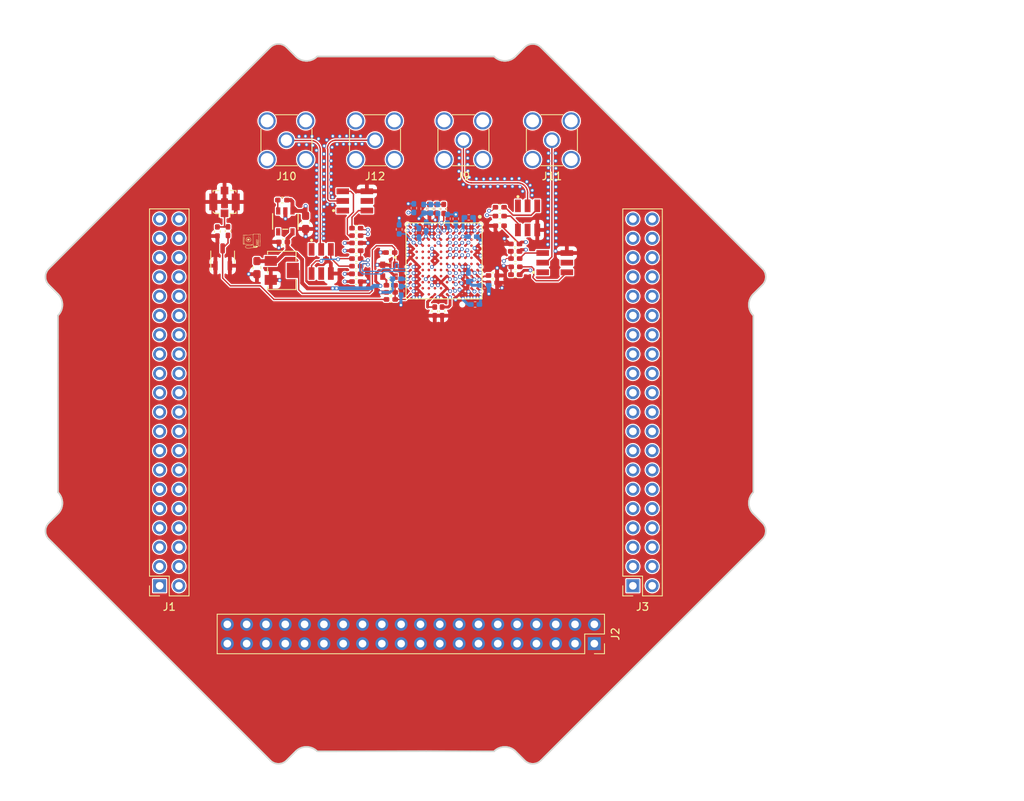
<source format=kicad_pcb>
(kicad_pcb (version 20240108) (generator "pcbnew") (generator_version "8.0")
  (layers (0 "F.Cu" mixed "Top.Cu") (1 "In1.Cu" mixed "In1.GND1.Cu") (2 "In2.Cu" mixed "In2_Sig1.Cu") (3 "In3.Cu" mixed "In3_PWR1.Cu") (4 "In4.Cu" mixed "In4PWR2.Cu") (31 "B.Cu" mixed "Bottom.Cu") (34 "B.Paste" user) (35 "F.Paste" user) (36 "B.SilkS" user "B.Silkscreen") (37 "F.SilkS" user "F.Silkscreen") (38 "B.Mask" user) (39 "F.Mask" user) (44 "Edge.Cuts" user))
  (net 0 "")
  (net 1 "+5VA")
  (net 2 "+1V2")
  (net 3 "VDDA1P1_RX_VCO")
  (net 4 "+12L")
  (net 5 "Net-(CY1-Standby)")
  (net 6 "Net-(CY1-Out)")
  (net 7 "+3.3V")
  (net 8 "EXT_CLK_EN")
  (net 9 "TX_VCO_1P1V_SUPPLY")
  (net 16 "GND")
  (net 21 "Net-(J8-In)")
  (net 22 "Net-(C76-Pad2)")
  (net 23 "Net-(C82-Pad2)")
  (net 24 "Net-(C83-Pad2)")
  (net 30 "Net-(U12-RBIAS)")
  (net 31 "Net-(C89-Pad2)")
  (net 32 "Net-(C88-Pad2)")
  (net 33 "Net-(C87-Pad2)")
  (net 34 "Net-(C86-Pad2)")
  (net 35 "Net-(C85-Pad2)")
  (net 66 "+VSW")
  (net 67 "CTRL_IN2")
  (net 68 "CTRL_IN1")
  (net 69 "CTRL_IN3")
  (net 70 "CTRL_IN0")
  (net 71 "/Sheet3/RX1A_P")
  (net 72 "/Sheet3/TX1A_P")
  (net 74 "/Sheet3/UB4")
  (net 75 "/Sheet3/UB3")
  (net 76 "/Sheet3/UB2")
  (net 77 "/Sheet3/UB1")
  (net 78 "Net-(C84-Pad2)")
  (net 79 "/Sheet3/RX2A_P")
  (net 80 "/Sheet3/TX2A_P")
  (net 81 "/Sheet3/RX1A_N")
  (net 82 "Net-(C78-Pad2)")
  (net 83 "/Sheet3/TX1A_N")
  (net 84 "/Sheet3/RX2A_N")
  (net 85 "/Sheet3/TX2A_N")
  (net 86 "/Sheet3/XT1")
  (net 87 "/Sheet3/SUP")
  (net 128 "TX_D5_N")
  (net 129 "CTRL_OUT2")
  (net 130 "CTRL_OUT0")
  (net 131 "TX_D0_N")
  (net 132 "TX_D4_N")
  (net 133 "RX_D4_N")
  (net 134 "SPI_EN")
  (net 136 "RX_D4_P")
  (net 137 "ENABLE")
  (net 138 "SPI_CLK")
  (net 139 "AD9361_RST")
  (net 140 "TX_D3_P")
  (net 141 "TX_D1_N")
  (net 142 "TX_D2_P")
  (net 144 "CTRL_OUT4")
  (net 145 "RX_D1_N")
  (net 146 "CTRL_OUT7")
  (net 147 "RX_D3_P")
  (net 149 "CTRL_OUT1")
  (net 150 "EN_AGC")
  (net 151 "CTRL_OUT3")
  (net 152 "SPI_D0")
  (net 153 "TX_D5_P")
  (net 154 "RX_FRAME")
  (net 155 "TX_D1_P")
  (net 156 "RX_D3_N")
  (net 157 "RX_D2_P")
  (net 158 "DATA_CLK")
  (net 159 "TX_FRAME")
  (net 161 "TX_D0_P")
  (net 162 "RX_D0_N")
  (net 163 "TX_D3_N")
  (net 164 "RX_D5_P")
  (net 165 "AD9361_CLKOUT")
  (net 166 "FB_CLK")
  (net 167 "SPI_DI")
  (net 168 "RX_D2_N")
  (net 171 "RX_D0_P")
  (net 172 "TX_D4_P")
  (net 173 "TXNRX")
  (net 174 "CTRL_OUT5")
  (net 175 "CTRL_OUT6")
  (net 176 "TX_D2_N")
  (net 177 "RX_D1_P")
  (net 178 "RX_D5_N")
  (footprint "Capacitor_SMD:C_0402_1005Metric_Pad0.74x0.62mm_HandSolder" (layer "F.Cu") (at 127.434605 70.609705 -90)
    (property "Reference" "C71" (hide yes))
    (property "Value" "10nF")
  )
  (footprint "Inductor_SMD:L_0402_1005Metric_Pad0.77x0.64mm_HandSolder" (layer "F.Cu") (at 138.003205 62.713004)
    (property "Reference" "L13" (hide yes))
    (property "Value" "330nH")
  )
  (footprint "memes:gas" (layer "F.Cu") (at 103.430918 61.26186 -90)
    (property "Reference" "G***" (hide yes))
    (property "Value" "LOGO" (hide yes))
  )
  (footprint "Connector_PinSocket_2.54mm:PinSocket_2x20_P2.54mm_Vertical" (layer "F.Cu") (at 153.488146 106.718118 180)
    (property "Reference" "J3")
    (property "Value" "Conn_02x20_Odd_Even_MountingPin")
  )
  (footprint "Connector_Coaxial:U.FL_Molex_MCRF_73412-0110_Vertical" (layer "F.Cu") (at 99.793205 56.213005)
    (property "Reference" "J8" (hide yes))
    (property "Value" "73412-0110")
  )
  (footprint "Capacitor_SMD:C_0402_1005Metric_Pad0.74x0.62mm_HandSolder" (layer "F.Cu") (at 135.067205 65.894204)
    (property "Reference" "C55" (hide yes))
    (property "Value" "10nF")
  )
  (footprint "Capacitor_SMD:C_0402_1005Metric_Pad0.74x0.62mm_HandSolder" (layer "F.Cu") (at 121.660004 69.040005 180)
    (property "Reference" "C72" (hide yes))
    (property "Value" "18pF")
  )
  (footprint "Capacitor_SMD:C_0402_1005Metric_Pad0.74x0.62mm_HandSolder" (layer "F.Cu") (at 107.495405 61.480305 180)
    (property "Reference" "CA8" (hide yes))
    (property "Value" "0.1uF")
  )
  (footprint "Connector_Coaxial:SMA_Amphenol_901-144_Vertical" (layer "F.Cu") (at 142.839605 48.088805 180)
    (property "Reference" "J11")
    (property "Value" "RF2-49B-T-00-50-G-HDW")
  )
  (footprint "Potentiometer_SMD:Potentiometer_Bourns_3214W_Vertical" (layer "F.Cu") (at 107.323204 65.223005 90)
    (property "Reference" "R29" (hide yes))
    (property "Value" "50K")
  )
  (footprint "Connector_PinSocket_2.54mm:PinSocket_2x20_P2.54mm_Vertical" (layer "F.Cu") (at 148.42 114.33 -90)
    (property "Reference" "J2")
    (property "Value" "Conn_02x20_Odd_Even_MountingPin")
  )
  (footprint "Capacitor_SMD:C_0402_1005Metric_Pad0.74x0.62mm_HandSolder" (layer "F.Cu") (at 117.121801 60.64722 180)
    (property "Reference" "C89" (hide yes))
    (property "Value" "18pF")
  )
  (footprint "Capacitor_SMD:C_0402_1005Metric_Pad0.74x0.62mm_HandSolder" (layer "F.Cu") (at 135.983206 56.913005)
    (property "Reference" "C87" (hide yes))
    (property "Value" "18pF")
  )
  (footprint "Capacitor_SMD:C_0402_1005Metric_Pad0.74x0.62mm_HandSolder" (layer "F.Cu") (at 135.983205 58.073004)
    (property "Reference" "C83" (hide yes))
    (property "Value" "18pF")
  )
  (footprint "TCM1-63AX_:XFMR_TCM1-63AX_" (layer "F.Cu") (at 139.643205 58.310505)
    (property "Reference" "T2" (hide yes))
    (property "Value" "TCM1-63AX_")
  )
  (footprint "Capacitor_SMD:C_0402_1005Metric_Pad0.74x0.62mm_HandSolder" (layer "F.Cu") (at 117.121781 61.613538)
    (property "Reference" "C81" (hide yes))
    (property "Value" "100nF")
  )
  (footprint "Resistor_SMD:R_0402_1005Metric_Pad0.72x0.64mm_HandSolder" (layer "F.Cu") (at 128.615007 57.133005 -90)
    (property "Reference" "R31" (hide yes))
    (property "Value" "1R")
  )
  (footprint "Capacitor_SMD:C_0402_1005Metric_Pad0.74x0.62mm_HandSolder" (layer "F.Cu") (at 117.121781 59.667228 180)
    (property "Reference" "C85" (hide yes))
    (property "Value" "18pF")
  )
  (footprint "Resistor_SMD:R_0402_1005Metric_Pad0.72x0.64mm_HandSolder" (layer "F.Cu") (at 98.853205 60.100504 -90)
    (property "Reference" "R30" (hide yes))
    (property "Value" "ESD")
  )
  (footprint "Capacitor_SMD:C_0402_1005Metric_Pad0.74x0.62mm_HandSolder" (layer "F.Cu") (at 121.600005 62.870006 180)
    (property "Reference" "C58" (hide yes))
    (property "Value" "1uF")
  )
  (footprint "Capacitor_SMD:C_0402_1005Metric_Pad0.74x0.62mm_HandSolder" (layer "F.Cu") (at 138.053205 64.753005)
    (property "Reference" "C82" (hide yes))
    (property "Value" "18pF")
  )
  (footprint "Capacitor_SMD:C_0603_1608Metric_Pad1.08x0.95mm_HandSolder" (layer "F.Cu") (at 110.456805 58.903805 -90)
    (property "Reference" "C59" (hide yes))
    (property "Value" "10uF")
  )
  (footprint "Inductor_SMD:L_0402_1005Metric_Pad0.77x0.64mm_HandSolder" (layer "F.Cu") (at 138.033205 65.783005)
    (property "Reference" "L11" (hide yes))
    (property "Value" "330nH")
  )
  (footprint "Libraries:RT9193-33B" (layer "F.Cu") (at 107.789805 58.776805 -90)
    (property "Reference" "U11" (hide yes))
    (property "Value" "RT9193-33B")
  )
  (footprint "Capacitor_SMD:C_0402_1005Metric_Pad0.74x0.62mm_HandSolder" (layer "F.Cu") (at 127.675005 57.113004 90)
    (property "Reference" "C76" (hide yes))
    (property "Value" "1nF")
  )
  (footprint "Capacitor_SMD:C_0603_1608Metric_Pad1.08x0.95mm_HandSolder" (layer "F.Cu") (at 104.053205 64.853005 -90)
    (property "Reference" "CA7" (hide yes))
    (property "Value" "10uF")
  )
  (footprint "TCM1-63AX_:XFMR_TCM1-63AX_" (layer "F.Cu") (at 143.215705 64.203004 90)
    (property "Reference" "T1" (hide yes))
    (property "Value" "TCM1-63AX_")
  )
  (footprint "Resistor_SMD:R_0402_1005Metric_Pad0.72x0.64mm_HandSolder" (layer "F.Cu") (at 107.393805 55.968505 180)
    (property "Reference" "RA6" (hide yes))
    (property "Value" "10K")
  )
  (footprint "Capacitor_SMD:C_0402_1005Metric_Pad0.74x0.62mm_HandSolder" (layer "F.Cu") (at 117.121803 66.693549)
    (property "Reference" "C91" (hide yes))
    (property "Value" "100nF")
  )
  (footprint "Libraries:AD9361BBCZ" (layer "F.Cu") (at 128.660005 63.970005 -90)
    (property "Reference" "U12" (hide yes))
    (property "Value" "AD9361BBCZ")
  )
  (footprint "Connector_Coaxial:SMA_Amphenol_901-144_Vertical" (layer "F.Cu") (at 131.206405 48.088804 180)
    (property "Reference" "J9")
    (property "Value" "RF2-49B-T-00-50-G-HDW")
  )
  (footprint "Connector_Coaxial:SMA_Amphenol_901-144_Vertical" (layer "F.Cu") (at 119.583205 48.093005 180)
    (property "Reference" "J12")
    (property "Value" "RF2-49B-T-00-50-G-HDW")
  )
  (footprint "Package_TO_SOT_SMD:SOT-23-3" (layer "F.Cu") (at 99.543206 63.463005 90)
    (property "Reference" "D2" (hide yes))
    (property "Value" "SUP5522F")
  )
  (footprint "Capacitor_SMD:C_0402_1005Metric_Pad0.74x0.62mm_HandSolder" (layer "F.Cu") (at 126.735205 57.113004 90)
    (property "Reference" "C77" (hide yes))
    (property "Value" "1nF")
  )
  (footprint "Inductor_SMD:L_0402_1005Metric_Pad0.77x0.64mm_HandSolder" (layer "F.Cu") (at 117.121802 65.677559 180)
    (property "Reference" "L14" (hide yes))
    (property "Value" "330nF")
  )
  (footprint "Capacitor_SMD:C_0402_1005Metric_Pad0.74x0.62mm_HandSolder" (layer "F.Cu") (at 121.660005 68.110006 180)
    (property "Reference" "C73" (hide yes))
    (property "Value" "18pF")
  )
  (footprint "Connector_PinSocket_2.54mm:PinSocket_2x20_P2.54mm_Vertical" (layer "F.Cu") (at 91.258146 106.718118 180)
    (property "Reference" "J1")
    (property "Value" "Conn_02x20_Odd_Even_MountingPin")
  )
  (footprint "Capacitor_SMD:C_0402_1005Metric_Pad0.74x0.62mm_HandSolder" (layer "F.Cu") (at 117.121811 64.661519 180)
    (property "Reference" "C88" (hide yes))
    (property "Value" "18pF")
  )
  (footprint "Connector_Coaxial:SMA_Amphenol_901-144_Vertical" (layer "F.Cu") (at 107.933205 48.093005 180)
    (property "Reference" "J10")
    (property "Value" "RF2-49B-T-00-50-G-HDW")
  )
  (footprint "Capacitor_SMD:C_0402_1005Metric_Pad0.74x0.62mm_HandSolder" (layer "F.Cu") (at 135.983205 59.353005 180)
    (property "Reference" "C90" (hide yes))
    (property "Value" "100nF")
  )
  (footprint "Capacitor_SMD:C_0402_1005Metric_Pad0.74x0.62mm_HandSolder" (layer "F.Cu") (at 138.013205 61.743005 180)
    (property "Reference" "C80" (hide yes))
    (property "Value" "100nF")
  )
  (footprint "TCM1-63AX_:XFMR_TCM1-63AX_" (layer "F.Cu") (at 116.925705 56.083004 90)
    (property "Reference" "T4" (hide yes))
    (property "Value" "TCM1-63AX_")
  )
  (footprint "Capacitor_SMD:C_0402_1005Metric_Pad0.74x0.62mm_HandSolder" (layer "F.Cu") (at 128.399805 70.609704 -90)
    (property "Reference" "C63" (hide yes))
    (property "Value" "1uF")
  )
  (footprint "Libraries:XTAL_ASDMB-33.333MHZ-LC-T" (layer "F.Cu") (at 121.420005 65.260005 -90)
    (property "Reference" "CY1" (hide yes))
    (property "Value" "ASDMB-33.333MHZ-LC-T")
  )
  (footprint "Capacitor_SMD:C_0402_1005Metric_Pad0.74x0.62mm_HandSolder" (layer "F.Cu") (at 135.067205 66.848205)
    (property "Reference" "C57" (hide yes))
    (property "Value" "1uF")
  )
  (footprint "Capacitor_SMD:C_0402_1005Metric_Pad0.74x0.62mm_HandSolder" (layer "F.Cu") (at 138.033205 63.663005)
    (property "Reference" "C86" (hide yes))
    (property "Value" "18pF")
  )
  (footprint "Capacitor_SMD:C_0402_1005Metric_Pad0.74x0.62mm_HandSolder" (layer "F.Cu") (at 117.121791 63.671529 180)
    (property "Reference" "C84" (hide yes))
    (property "Value" "18pF")
  )
  (footprint "TCM1-63AX_:XFMR_TCM1-63AX_" (layer "F.Cu") (at 112.503205 64.045506)
    (property "Reference" "T3" (hide yes))
    (property "Value" "TCM1-63AX_")
  )
  (footprint "Capacitor_SMD:C_0402_1005Metric_Pad0.74x0.62mm_HandSolder" (layer "F.Cu") (at 121.650005 67.180005)
    (property "Reference" "C67" (hide yes))
    (property "Value" "18pF")
  )
  (footprint "Inductor_SMD:L_0402_1005Metric_Pad0.77x0.64mm_HandSolder" (layer "F.Cu") (at 117.12179 62.629539 180)
    (property "Reference" "L12" (hide yes))
    (property "Value" "330nF")
  )
  (footprint "Capacitor_SMD:C_0402_1005Metric_Pad0.74x0.62mm_HandSolder" (layer "F.Cu") (at 100.253205 60.053005 90)
    (property "Reference" "C65" (hide yes))
    (property "Value" "18pF")
  )
  (footprint "Capacitor_SMD:C_0402_1005Metric_Pad0.74x0.62mm_HandSolder" (layer "B.Cu") (at 129.110591 58.426609 90)
    (property "Reference" "C60" (hide yes))
    (property "Value" "10nF")
  )
  (footprint "Capacitor_SMD:C_0402_1005Metric_Pad0.74x0.62mm_HandSolder" (layer "B.Cu") (at 124.69102 57.02962 90)
    (property "Reference" "C70" (hide yes))
    (property "Value" "1uF")
  )
  (footprint "Capacitor_SMD:C_0402_1005Metric_Pad0.74x0.62mm_HandSolder" (layer "B.Cu") (at 131.90462 58.24881)
    (property "Reference" "C66" (hide yes))
    (property "Value" "10nF")
  )
  (footprint "Capacitor_SMD:C_0402_1005Metric_Pad0.74x0.62mm_HandSolder" (layer "B.Cu") (at 132.387221 60.788799)
    (property "Reference" "C68" (hide yes))
    (property "Value" "1uF")
  )
  (footprint "Capacitor_SMD:C_0402_1005Metric_Pad0.74x0.62mm_HandSolder" (layer "B.Cu") (at 123.014612 67.917529 -90)
    (property "Reference" "C75" (hide yes))
    (property "Value" "10nF")
  )
  (footprint "Capacitor_SMD:C_0402_1005Metric_Pad0.74x0.62mm_HandSolder" (layer "B.Cu") (at 126.913205 57.113004 90)
    (property "Reference" "C78" (hide yes))
    (property "Value" "1nF")
  )
  (footprint "Capacitor_SMD:C_0402_1005Metric_Pad0.74x0.62mm_HandSolder" (layer "B.Cu") (at 126.316621 59.442609 90)
    (property "Reference" "C62" (hide yes))
    (property "Value" "1uF")
  )
  (footprint "Capacitor_SMD:C_0402_1005Metric_Pad0.74x0.62mm_HandSolder" (layer "B.Cu") (at 131.853821 66.122799 90)
    (property "Reference" "C69" (hide yes))
    (property "Value" "10nF")
  )
  (footprint "Capacitor_SMD:C_0402_1005Metric_Pad0.74x0.62mm_HandSolder" (layer "B.Cu") (at 132.742801 69.704178)
    (property "Reference" "C54" (hide yes))
    (property "Value" "10nF")
  )
  (footprint "Capacitor_SMD:C_0402_1005Metric_Pad0.74x0.62mm_HandSolder" (layer "B.Cu") (at 125.353205 60.283004 90)
    (property "Reference" "C61" (hide yes))
    (property "Value" "10nF")
  )
  (footprint "Resistor_SMD:R_0402_1005Metric_Pad0.72x0.64mm_HandSolder" (layer "B.Cu") (at 122.760591 59.823618 90)
    (property "Reference" "RA8" (hide yes))
    (property "Value" "14.3K")
  )
  (footprint "Capacitor_SMD:C_0402_1005Metric_Pad0.74x0.62mm_HandSolder" (layer "B.Cu") (at 133.962001 67.189619)
    (property "Reference" "C56" (hide yes))
    (property "Value" "1uF")
  )
  (footprint "Resistor_SMD:R_0402_1005Metric_Pad0.72x0.64mm_HandSolder" (layer "B.Cu") (at 127.853005 57.133006 -90)
    (property "Reference" "R32" (hide yes))
    (property "Value" "1R")
  )
  (footprint "Capacitor_SMD:C_0402_1005Metric_Pad0.74x0.62mm_HandSolder" (layer "B.Cu") (at 122.430411 66.326009 180)
    (property "Reference" "C74" (hide yes))
    (property "Value" "10nF")
  )
  (footprint "Capacitor_SMD:C_0402_1005Metric_Pad0.74x0.62mm_HandSolder" (layer "B.Cu") (at 130.202791 58.426609 90)
    (property "Reference" "C64" (hide yes))
    (property "Value" "10nF")
  )
  (footprint "Capacitor_SMD:C_0402_1005Metric_Pad0.74x0.62mm_HandSolder" (layer "B.Cu") (at 125.973406 57.113005 90)
    (property "Reference" "C79" (hide yes))
    (property "Value" "1nF")
  )
  (gr_line (start 170.063501 101.028644) (end 141.849941 129.242204) (stroke (width 0.2)) (layer "Edge.Cuts"))
  (gr_arc (start 109.148397 128.501887) (mid 110.562611 127.916093) (end 111.976824 128.501887) (stroke (width 0.2)) (layer "Edge.Cuts"))
  (gr_arc (start 105.824994 35.86661) (mid 106.885655 35.427306) (end 107.946316 35.86661) (stroke (width 0.2)) (layer "Edge.Cuts"))
  (gr_line (start 76.687892 67.125004) (end 77.889974 68.327087) (stroke (width 0.2)) (layer "Edge.Cuts"))
  (gr_line (start 77.14967 64.541934) (end 76.687906 65.003698) (stroke (width 0.2)) (layer "Edge.Cuts"))
  (gr_line (start 170.525265 98.445559) (end 169.323183 97.243477) (stroke (width 0.2)) (layer "Edge.Cuts"))
  (gr_line (start 141.849941 36.328373) (end 141.388177 35.86661) (stroke (width 0.2)) (layer "Edge.Cuts"))
  (gr_arc (start 76.687892 67.125004) (mid 76.248594 66.064348) (end 76.687906 65.003698) (stroke (width 0.2)) (layer "Edge.Cuts"))
  (gr_arc (start 141.388271 129.703874) (mid 140.334607 130.143198) (end 139.27681 129.713922) (stroke (width 0.2)) (layer "Edge.Cuts"))
  (gr_line (start 170.063501 101.028644) (end 170.525265 100.56688) (stroke (width 0.2)) (layer "Edge.Cuts"))
  (gr_line (start 138.064775 128.501887) (end 139.27681 129.713922) (stroke (width 0.2)) (layer "Edge.Cuts"))
  (gr_arc (start 169.323183 71.155526) (mid 168.737411 69.741313) (end 169.323184 68.3271) (stroke (width 0.2)) (layer "Edge.Cuts"))
  (gr_line (start 105.363231 129.242204) (end 105.824996 129.703968) (stroke (width 0.2)) (layer "Edge.Cuts"))
  (gr_arc (start 76.688 100.566974) (mid 76.248614 99.51331) (end 76.677952 98.455513) (stroke (width 0.2)) (layer "Edge.Cuts"))
  (gr_line (start 141.849941 36.328373) (end 170.063501 64.541933) (stroke (width 0.2)) (layer "Edge.Cuts"))
  (gr_line (start 77.889988 97.243478) (end 76.677952 98.455513) (stroke (width 0.2)) (layer "Edge.Cuts"))
  (gr_line (start 135.236372 128.501863) (end 126.321876 128.478528) (stroke (width 0.2)) (layer "Edge.Cuts"))
  (gr_line (start 105.824994 35.86661) (end 105.36323 36.328374) (stroke (width 0.2)) (layer "Edge.Cuts"))
  (gr_line (start 109.148397 37.068691) (end 107.946316 35.86661) (stroke (width 0.2)) (layer "Edge.Cuts"))
  (gr_line (start 139.266856 35.866609) (end 138.064775 37.068691) (stroke (width 0.2)) (layer "Edge.Cuts"))
  (gr_arc (start 170.525265 65.003697) (mid 170.96462 66.064358) (end 170.525265 67.125018) (stroke (width 0.2)) (layer "Edge.Cuts"))
  (gr_arc (start 77.889974 68.327087) (mid 78.475759 69.743964) (end 77.886227 71.159287) (stroke (width 0.2)) (layer "Edge.Cuts"))
  (gr_arc (start 77.890011 94.415074) (mid 78.475835 95.829281) (end 77.889988 97.243478) (stroke (width 0.2)) (layer "Edge.Cuts"))
  (gr_arc (start 139.266856 35.866609) (mid 140.327517 35.427272) (end 141.388177 35.86661) (stroke (width 0.2)) (layer "Edge.Cuts"))
  (gr_line (start 169.323184 68.3271) (end 170.525265 67.125018) (stroke (width 0.2)) (layer "Edge.Cuts"))
  (gr_arc (start 135.236372 128.501863) (mid 136.650578 127.916091) (end 138.064775 128.501887) (stroke (width 0.2)) (layer "Edge.Cuts"))
  (gr_line (start 77.890011 94.415074) (end 77.886227 71.159287) (stroke (width 0.2)) (layer "Edge.Cuts"))
  (gr_line (start 76.688 100.566974) (end 77.14967 101.028644) (stroke (width 0.2)) (layer "Edge.Cuts"))
  (gr_arc (start 107.946316 129.703968) (mid 106.885656 130.143302) (end 105.824996 129.703968) (stroke (width 0.2)) (layer "Edge.Cuts"))
  (gr_arc (start 170.525265 98.445559) (mid 170.964652 99.506219) (end 170.525265 100.56688) (stroke (width 0.2)) (layer "Edge.Cuts"))
  (gr_line (start 126.321876 128.478528) (end 111.976824 128.501887) (stroke (width 0.2)) (layer "Edge.Cuts"))
  (gr_arc (start 111.976824 37.068691) (mid 110.56261 37.654515) (end 109.148397 37.068691) (stroke (width 0.2)) (layer "Edge.Cuts"))
  (gr_line (start 141.388271 129.703874) (end 141.849941 129.242204) (stroke (width 0.2)) (layer "Edge.Cuts"))
  (gr_line (start 77.14967 64.541934) (end 105.36323 36.328374) (stroke (width 0.2)) (layer "Edge.Cuts"))
  (gr_line (start 135.236348 37.068691) (end 111.976824 37.068691) (stroke (width 0.2)) (layer "Edge.Cuts"))
  (gr_arc (start 169.323183 97.243477) (mid 168.737416 95.829264) (end 169.323184 94.415051) (stroke (width 0.2)) (layer "Edge.Cuts"))
  (gr_line (start 107.946316 129.703968) (end 109.148397 128.501887) (stroke (width 0.2)) (layer "Edge.Cuts"))
  (gr_line (start 169.323183 71.155526) (end 169.323184 94.415051) (stroke (width 0.2)) (layer "Edge.Cuts"))
  (gr_arc (start 138.064775 37.068691) (mid 136.650561 37.654481) (end 135.236348 37.068691) (stroke (width 0.2)) (layer "Edge.Cuts"))
  (gr_line (start 170.525265 65.003697) (end 170.063501 64.541933) (stroke (width 0.2)) (layer "Edge.Cuts"))
  (gr_line (start 105.363231 129.242204) (end 77.14967 101.028644) (stroke (width 0.2)) (layer "Edge.Cuts"))
  (segment (start 108.729281 56.824929) (end 109.303221 57.398869) (width 0.508) (layer "F.Cu") (net 1))
  (segment (start 110.456791 57.043009) (end 110.100941 57.398869) (width 0.508) (layer "F.Cu") (net 1))
  (segment (start 110.456791 57.043009) (end 110.456791 58.041279) (width 0.508) (layer "F.Cu") (net 1))
  (segment (start 110.463191 56.742989) (end 110.456791 56.749389) (width 0.508) (layer "F.Cu") (net 1))
  (segment (start 108.729281 56.653019) (end 108.729281 57.398869) (width 0.508) (layer "F.Cu") (net 1))
  (segment (start 107.991311 55.968489) (end 108.518721 55.968489) (width 0.508) (layer "F.Cu") (net 1))
  (segment (start 108.729281 56.653019) (end 108.729281 56.824929) (width 0.508) (layer "F.Cu") (net 1))
  (segment (start 110.456791 56.749389) (end 110.456791 57.043009) (width 0.508) (layer "F.Cu") (net 1))
  (segment (start 108.518721 55.968489) (end 108.729281 56.179109) (width 0.508) (layer "F.Cu") (net 1))
  (segment (start 108.729281 57.398869) (end 109.303221 57.398869) (width 0.508) (layer "F.Cu") (net 1))
  (segment (start 108.729281 56.179109) (end 108.729281 56.653019) (width 0.508) (layer "F.Cu") (net 1))
  (segment (start 110.009041 57.398869) (end 110.456791 57.846619) (width 0.508) (layer "F.Cu") (net 1))
  (segment (start 109.303221 57.398869) (end 110.009041 57.398869) (width 0.508) (layer "F.Cu") (net 1))
  (segment (start 110.009041 57.398869) (end 110.100941 57.398869) (width 0.508) (layer "F.Cu") (net 1))
  (via (at 110.463191 56.742989) (size 0.5) (drill 0.3) (layers "F.Cu" "B.Cu") (net 1))
  (segment (start 136.550704 59.353006) (end 136.550705 59.713005) (width 0.2) (layer "F.Cu") (net 2))
  (segment (start 115.597801 65.677559) (end 116.549311 65.67756) (width 0.381) (layer "F.Cu") (net 2))
  (segment (start 133.514981 66.369989) (end 133.879091 66.7341) (width 0.2032) (layer "F.Cu") (net 2))
  (segment (start 133.297701 66.427153) (end 133.297701 66.151784) (width 0.254) (layer "F.Cu") (net 2))
  (segment (start 138.605705 65.783005) (end 139.181557 65.207153) (width 0.381) (layer "F.Cu") (net 2))
  (segment (start 124.260011 65.969989) (end 123.860012 66.369989) (width 0.254) (layer "F.Cu") (net 2))
  (segment (start 138.575705 62.713004) (end 138.791261 62.497449) (width 0.4) (layer "F.Cu") (net 2))
  (segment (start 138.823701 61.500009) (end 139.423206 61.500009) (width 0.381) (layer "F.Cu") (net 2))
  (segment (start 133.459992 66.369989) (end 133.402828 66.427153) (width 0.2032) (layer "F.Cu") (net 2))
  (segment (start 138.791261 62.497449) (end 139.423205 62.497449) (width 0.4) (layer "F.Cu") (net 2))
  (segment (start 124.260011 66.769989) (end 123.860013 67.169989) (width 0.254) (layer "F.Cu") (net 2))
  (segment (start 133.297701 66.151784) (end 132.687752 65.541835) (width 0.254) (layer "F.Cu") (net 2))
  (segment (start 131.060001 59.970009) (end 130.660003 60.370009) (width 0.254) (layer "F.Cu") (net 2))
  (segment (start 133.297701 66.532289) (end 133.297701 66.427153) (width 0.254) (layer "F.Cu") (net 2))
  (segment (start 136.550705 59.713005) (end 138.580705 61.743005) (width 0.2) (layer "F.Cu") (net 2))
  (segment (start 133.402828 66.427153) (end 133.297701 66.427153) (width 0.2032) (layer "F.Cu") (net 2))
  (segment (start 132.260001 65.169998) (end 132.631838 65.541835) (width 0.254) (layer "F.Cu") (net 2))
  (segment (start 133.877871 66.007109) (end 133.987401 66.007109) (width 0.2032) (layer "F.Cu") (net 2))
  (segment (start 130.260001 60.77) (end 129.860001 61.169999) (width 0.254) (layer "F.Cu") (net 2))
  (segment (start 133.987401 66.007109) (end 134.386811 66.007109) (width 0.254) (layer "F.Cu") (net 2))
  (segment (start 115.597799 62.629539) (end 116.549311 62.629538) (width 0.381) (layer "F.Cu") (net 2))
  (segment (start 131.059997 60.770002) (end 131.1175 60.770003) (width 0.254) (layer "F.Cu") (net 2))
  (segment (start 130.660001 61.169998) (end 131.059997 60.770002) (width 0.254) (layer "F.Cu") (net 2))
  (segment (start 129.460001 68.769989) (end 129.460001 68.776254) (width 0.254) (layer "F.Cu") (net 2))
  (segment (start 115.602792 66.693549) (end 116.5543 66.693549) (width 0.381) (layer "F.Cu") (net 2))
  (segment (start 125.46001 61.569999) (end 125.860011 61.969999) (width 0.254) (layer "F.Cu") (net 2))
  (segment (start 133.514981 66.369989) (end 133.459992 66.369989) (width 0.2032) (layer "F.Cu") (net 2))
  (segment (start 129.44542 69.819039) (end 129.44542 68.790835) (width 0.381) (layer "F.Cu") (net 2))
  (segment (start 133.879091 66.7341) (end 133.987401 66.734099) (width 0.2032) (layer "F.Cu") (net 2))
  (segment (start 133.060001 66.769989) (end 133.297701 66.532289) (width 0.254) (layer "F.Cu") (net 2))
  (segment (start 139.181557 65.207153) (end 140.008079 65.207153) (width 0.381) (layer "F.Cu") (net 2))
  (segment (start 133.877871 66.007109) (end 133.514981 66.369989) (width 0.2032) (layer "F.Cu") (net 2))
  (segment (start 115.597801 61.613539) (end 116.554279 61.613539) (width 0.381) (layer "F.Cu") (net 2))
  (segment (start 138.580705 61.743005) (end 138.823701 61.500009) (width 0.381) (layer "F.Cu") (net 2))
  (segment (start 132.631838 65.541835) (end 132.687752 65.541835) (width 0.254) (layer "F.Cu") (net 2))
  (segment (start 128.399811 70.042219) (end 129.222241 70.042219) (width 0.381) (layer "F.Cu") (net 2))
  (segment (start 133.987401 66.734099) (end 134.385591 66.734099) (width 0.254) (layer "F.Cu") (net 2))
  (segment (start 129.060001 68.369989) (end 129.460001 68.769989) (width 0.254) (layer "F.Cu") (net 2))
  (segment (start 129.44542 68.790835) (end 129.460001 68.776254) (width 0.381) (layer "F.Cu") (net 2))
  (segment (start 129.222241 70.042219) (end 129.44542 69.819039) (width 0.381) (layer "F.Cu") (net 2))
  (via (at 139.423206 61.500009) (size 0.5) (drill 0.3) (layers "F.Cu" "B.Cu") (net 2))
  (via (at 115.602792 66.693549) (size 0.5) (drill 0.3) (layers "F.Cu" "B.Cu") (net 2))
  (via (at 140.008079 65.207153) (size 0.5) (drill 0.3) (layers "F.Cu" "B.Cu") (net 2))
  (via (at 139.423205 62.497449) (size 0.5) (drill 0.3) (layers "F.Cu" "B.Cu") (net 2))
  (via (at 131.060001 59.970009) (size 0.5) (drill 0.3) (layers "F.Cu" "B.Cu") (net 2))
  (via (at 130.260001 60.77) (size 0.5) (drill 0.3) (layers "F.Cu" "B.Cu") (net 2))
  (via (at 123.860012 66.369989) (size 0.5) (drill 0.3) (layers "F.Cu" "B.Cu") (net 2))
  (via (at 115.597801 61.613539) (size 0.5) (drill 0.3) (layers "F.Cu" "B.Cu") (net 2))
  (via (at 129.460001 68.776254) (size 0.5) (drill 0.3) (layers "F.Cu" "B.Cu") (net 2))
  (via (at 115.597799 62.629539) (size 0.5) (drill 0.3) (layers "F.Cu" "B.Cu") (net 2))
  (via (at 123.860013 67.169989) (size 0.5) (drill 0.3) (layers "F.Cu" "B.Cu") (net 2))
  (via (at 132.687752 65.541835) (size 0.5) (drill 0.3) (layers "F.Cu" "B.Cu") (net 2))
  (via (at 131.1175 60.770003) (size 0.5) (drill 0.3) (layers "F.Cu" "B.Cu") (net 2))
  (via (at 115.597801 65.677559) (size 0.5) (drill 0.3) (layers "F.Cu" "B.Cu") (net 2))
  (via (at 133.297701 66.427153) (size 0.5) (drill 0.3) (layers "F.Cu" "B.Cu") (net 2))
  (via (at 125.46001 61.569999) (size 0.5) (drill 0.3) (layers "F.Cu" "B.Cu") (net 2))
  (segment (start 131.16012 59.849259) (end 131.060001 59.949389) (width 0.381) (layer "B.Cu") (net 2))
  (segment (start 123.027293 66.355409) (end 123.845431 66.355408) (width 0.381) (layer "B.Cu") (net 2))
  (segment (start 131.126896 60.779399) (end 131.810321 60.779398) (width 0.381) (layer "B.Cu") (net 2))
  (segment (start 131.160121 58.368309) (end 131.16012 59.849259) (width 0.381) (layer "B.Cu") (net 2))
  (segment (start 125.445431 60.840729) (end 125.445432 61.555419) (width 0.381) (layer "B.Cu") (net 2))
  (segment (start 123.845431 66.355408) (end 123.860012 66.369989) (width 0.381) (layer "B.Cu") (net 2))
  (segment (start 131.1175 60.770003) (end 131.126896 60.779399) (width 0.381) (layer "B.Cu") (net 2))
  (segment (start 123.048011 67.316599) (end 123.692791 67.316598) (width 0.381) (layer "B.Cu") (net 2))
  (segment (start 125.445432 61.555419) (end 125.46001 61.569999) (width 0.381) (layer "B.Cu") (net 2))
  (segment (start 131.060001 59.949389) (end 131.060001 59.970009) (width 0.381) (layer "B.Cu") (net 2))
  (segment (start 123.839391 67.169988) (end 123.860013 67.169989) (width 0.381) (layer "B.Cu") (net 2))
  (segment (start 123.839391 67.169988) (end 123.692791 67.316598) (width 0.381) (layer "B.Cu") (net 2))
  (segment (start 133.459991 67.969979) (end 133.459991 67.998849) (width 0.254) (layer "F.Cu") (net 3))
  (segment (start 133.060001 67.569989) (end 133.459991 67.969979) (width 0.254) (layer "F.Cu") (net 3))
  (segment (start 128.26001 60.370009) (end 127.86001 59.970009) (width 0.254) (layer "F.Cu") (net 3))
  (segment (start 127.86001 59.970009) (end 127.853746 59.970009) (width 0.254) (layer "F.Cu") (net 3))
  (via (at 127.853746 59.970009) (size 0.5) (drill 0.3) (layers "F.Cu" "B.Cu") (net 3))
  (via (at 133.459991 67.998849) (size 0.5) (drill 0.3) (layers "F.Cu" "B.Cu") (net 3))
  (segment (start 127.979031 57.856519) (end 127.979031 58.579) (width 0.2032) (layer "B.Cu") (net 3))
  (segment (start 127.979031 58.741109) (end 127.853746 58.866394) (width 0.11303) (layer "B.Cu") (net 3))
  (segment (start 127.853746 58.866394) (end 127.853746 59.970009) (width 0.11303) (layer "B.Cu") (net 3))
  (segment (start 127.979031 58.579) (end 127.979031 58.741109) (width 0.11303) (layer "B.Cu") (net 3))
  (segment (start 130.260001 59.970009) (end 129.860001 60.37001) (width 0.254) (layer "F.Cu") (net 4))
  (segment (start 126.260011 60.769999) (end 125.860011 61.169998) (width 0.254) (layer "F.Cu") (net 4))
  (segment (start 132.355006 66.641184) (end 132.580128 66.416062) (width 0.254) (layer "F.Cu") (net 4))
  (segment (start 132.260001 65.969989) (end 132.649037 66.359025) (width 0.254) (layer "F.Cu") (net 4))
  (segment (start 132.649037 66.359025) (end 132.649037 66.416062) (width 0.254) (layer "F.Cu") (net 4))
  (segment (start 129.460001 59.970009) (end 129.060001 60.370009) (width 0.254) (layer "F.Cu") (net 4))
  (segment (start 132.580128 66.416062) (end 132.649037 66.416062) (width 0.254) (layer "F.Cu") (net 4))
  (segment (start 126.260011 60.769999) (end 126.66001 61.169999) (width 0.254) (layer "F.Cu") (net 4))
  (via (at 131.13872 68.919256) (size 0.5) (drill 0.3) (layers "F.Cu" "B.Cu") (net 4))
  (via (at 129.460001 59.970009) (size 0.5) (drill 0.3) (layers "F.Cu" "B.Cu") (net 4))
  (via (at 132.649037 66.416062) (size 0.5) (drill 0.3) (layers "F.Cu" "B.Cu") (net 4))
  (via (at 130.260001 59.970009) (size 0.5) (drill 0.3) (layers "F.Cu" "B.Cu") (net 4))
  (via (at 123.979801 57.613799) (size 0.5) (drill 0.3) (layers "F.Cu" "B.Cu") (net 4))
  (via (at 126.260011 60.769999) (size 0.5) (drill 0.3) (layers "F.Cu" "B.Cu") (net 4))
  (segment (start 131.973322 66.513299) (end 132.49607 66.513299) (width 0.381) (layer "B.Cu") (net 4))
  (segment (start 126.274591 60.052119) (end 126.27459 60.755419) (width 0.381) (layer "B.Cu") (net 4))
  (segment (start 132.593307 66.416062) (end 132.649037 66.416062) (width 0.381) (layer "B.Cu") (net 4))
  (segment (start 133.384691 67.179809) (end 132.343331 67.179809) (width 0.381) (layer "B.Cu") (net 4))
  (segment (start 126.27459 60.755419) (end 126.260011 60.769999) (width 0.381) (layer "B.Cu") (net 4))
  (segment (start 129.230091 59.719469) (end 129.460001 59.949389) (width 0.381) (layer "B.Cu") (net 4))
  (segment (start 123.979801 57.613799) (end 124.674341 57.613799) (width 0.254) (layer "B.Cu") (net 4))
  (segment (start 130.245421 59.955429) (end 130.260001 59.970009) (width 0.381) (layer "B.Cu") (net 4))
  (segment (start 129.230091 59.11361) (end 129.230091 59.719469) (width 0.381) (layer "B.Cu") (net 4))
  (segment (start 132.49607 66.513299) (end 132.593307 66.416062) (width 0.381) (layer "B.Cu") (net 4))
  (segment (start 130.245421 59.036739) (end 130.245421 59.955429) (width 0.381) (layer "B.Cu") (net 4))
  (segment (start 132.175301 69.704178) (end 131.807801 69.704178) (width 0.381) (layer "B.Cu") (net 4))
  (segment (start 131.13872 69.035097) (end 131.13872 68.919256) (width 0.381) (layer "B.Cu") (net 4))
  (segment (start 132.343331 67.179809) (end 131.853821 66.690299) (width 0.381) (layer "B.Cu") (net 4))
  (segment (start 131.807801 69.704178) (end 131.13872 69.035097) (width 0.381) (layer "B.Cu") (net 4))
  (segment (start 129.460001 59.949389) (end 129.460001 59.970009) (width 0.381) (layer "B.Cu") (net 4))
  (segment (start 109.544621 67.765819) (end 110.009801 68.230999) (width 0.18618) (layer "F.Cu") (net 5))
  (segment (start 110.009801 68.230999) (end 118.874401 68.230999) (width 0.18618) (layer "F.Cu") (net 5))
  (segment (start 119.763401 61.982599) (end 119.230002 62.515999) (width 0.18618) (layer "F.Cu") (net 5))
  (segment (start 119.763401 61.982599) (end 121.820801 61.982599) (width 0.18618) (layer "F.Cu") (net 5))
  (segment (start 119.230002 62.515999) (end 119.230002 67.875399) (width 0.18618) (layer "F.Cu") (net 5))
  (segment (start 119.230002 67.875399) (end 118.874401 68.230999) (width 0.18618) (layer "F.Cu") (net 5))
  (segment (start 121.820801 61.982599) (end 122.176401 62.338198) (width 0.18618) (layer "F.Cu") (net 5))
  (segment (start 122.176401 62.338198) (end 122.176401 62.861138) (width 0.18618) (layer "F.Cu") (net 5))
  (segment (start 109.544621 65.253819) (end 109.544621 67.765819) (width 0.18618) (layer "F.Cu") (net 5))
  (segment (start 122.167511 62.870029) (end 122.167511 64.407539) (width 0.18618) (layer "F.Cu") (net 5))
  (segment (start 120.594999 66.035019) (end 121.082521 66.522489) (width 0.254) (layer "F.Cu") (net 6))
  (segment (start 121.082521 66.522489) (end 121.082521 67.18) (width 0.254) (layer "F.Cu") (net 6))
  (segment (start 108.06289 62.233006) (end 108.180721 62.233006) (width 0.508) (layer "F.Cu") (net 7))
  (segment (start 108.729281 60.366909) (end 108.062891 61.033299) (width 0.508) (layer "F.Cu") (net 7))
  (segment (start 108.062891 62.585488) (end 107.644291 63.004091) (width 0.508) (layer "F.Cu") (net 7))
  (segment (start 108.533205 62.585488) (end 108.980721 63.033006) (width 0.508) (layer "F.Cu") (net 7))
  (segment (start 110.703206 67.583005) (end 114.523205 67.583004) (width 0.508) (layer "F.Cu") (net 7))
  (segment (start 120.083204 65.253006) (end 119.673205 65.663004) (width 0.381) (layer "F.Cu") (net 7))
  (segment (start 108.180721 62.233006) (end 108.533205 62.585488) (width 0.508) (layer "F.Cu") (net 7))
  (segment (start 107.673205 63.033005) (end 107.644291 63.004091) (width 0.508) (layer "F.Cu") (net 7))
  (segment (start 104.066479 64.003779) (end 106.644611 64.003779) (width 0.508) (layer "F.Cu") (net 7))
  (segment (start 108.980721 63.033006) (end 109.243204 63.033005) (width 0.508) (layer "F.Cu") (net 7))
  (segment (start 108.062891 62.585488) (end 108.533205 62.585488) (width 0.508) (layer "F.Cu") (net 7))
  (segment (start 108.062891 61.033299) (end 108.06289 61.480289) (width 0.508) (layer "F.Cu") (net 7))
  (segment (start 106.644611 64.003779) (end 107.644291 63.004091) (width 0.508) (layer "F.Cu") (net 7))
  (segment (start 119.673206 66.653005) (end 120.283205 67.263005) (width 0.381) (layer "F.Cu") (net 7))
  (segment (start 109.99331 66.873111) (end 110.703206 67.583005) (width 0.508) (layer "F.Cu") (net 7))
  (segment (start 108.06289 62.233006) (end 108.062891 62.585488) (width 0.508) (layer "F.Cu") (net 7))
  (segment (start 109.243204 63.033005) (end 107.673205 63.033005) (width 0.508) (layer "F.Cu") (net 7))
  (segment (start 108.06289 61.480289) (end 108.06289 62.233006) (width 0.508) (layer "F.Cu") (net 7))
  (segment (start 122.245004 66.035006) (end 121.463004 65.253006) (width 0.381) (layer "F.Cu") (net 7))
  (segment (start 119.673205 65.663004) (end 119.673206 66.653005) (width 0.381) (layer "F.Cu") (net 7))
  (segment (start 109.993311 63.783112) (end 109.99331 66.873111) (width 0.508) (layer "F.Cu") (net 7))
  (segment (start 109.243204 63.033005) (end 109.993311 63.783112) (width 0.508) (layer "F.Cu") (net 7))
  (segment (start 121.463004 65.253006) (end 120.083204 65.253006) (width 0.381) (layer "F.Cu") (net 7))
  (via (at 114.523205 67.583004) (size 0.5) (drill 0.3) (layers "F.Cu" "B.Cu") (net 7))
  (via (at 114.013205 67.583005) (size 0.5) (drill 0.3) (layers "F.Cu" "B.Cu") (net 7))
  (via (at 120.283205 67.263005) (size 0.5) (drill 0.3) (layers "F.Cu" "B.Cu") (net 7))
  (segment (start 119.093205 67.583004) (end 119.413205 67.263006) (width 0.508) (layer "B.Cu") (net 7))
  (segment (start 114.013205 67.583005) (end 119.093205 67.583004) (width 0.508) (layer "B.Cu") (net 7))
  (segment (start 119.413205 67.263006) (end 120.283205 67.263005) (width 0.508) (layer "B.Cu") (net 7))
  (segment (start 106.796291 55.968489) (end 106.79629 57.344869) (width 0.18618) (layer "F.Cu") (net 8))
  (segment (start 128.615001 58.668209) (end 128.323201 58.959999) (width 0.18618) (layer "F.Cu") (net 9))
  (segment (start 128.615001 57.730489) (end 128.615001 58.668209) (width 0.18618) (layer "F.Cu") (net 9))
  (segment (start 128.260011 61.169999) (end 127.869976 60.779964) (width 0.254) (layer "F.Cu") (net 9))
  (segment (start 127.869976 60.779964) (end 127.869976 60.769999) (width 0.254) (layer "F.Cu") (net 9))
  (segment (start 132.260001 67.56999) (end 132.660002 67.969991) (width 0.254) (layer "F.Cu") (net 9))
  (segment (start 132.660002 67.969991) (end 132.660002 67.998849) (width 0.254) (layer "F.Cu") (net 9))
  (via (at 128.323201 58.959999) (size 0.5) (drill 0.3) (layers "F.Cu" "B.Cu") (net 9))
  (via (at 132.660002 67.998849) (size 0.5) (drill 0.3) (layers "F.Cu" "B.Cu") (net 9))
  (via (at 127.869976 60.769999) (size 0.5) (drill 0.3) (layers "F.Cu" "B.Cu") (net 9))
  (segment (start 128.323201 58.959999) (end 128.261861 59.021339) (width 0.11303) (layer "B.Cu") (net 9))
  (segment (start 128.261861 60.378114) (end 127.869976 60.769999) (width 0.11303) (layer "B.Cu") (net 9))
  (segment (start 128.261861 59.021339) (end 128.261861 60.378114) (width 0.11303) (layer "B.Cu") (net 9))
  (segment (start 102.963204 65.703005) (end 104.040705 65.703006) (width 0.381) (layer "F.Cu") (net 16))
  (segment (start 133.060001 62.77) (end 133.060001 62.677567) (width 0.254) (layer "F.Cu") (net 16))
  (segment (start 131.522493 68.440656) (end 131.578783 68.496946) (width 0.254) (layer "F.Cu") (net 16))
  (segment (start 110.456792 60.766599) (end 110.463192 60.772999) (width 0.508) (layer "F.Cu") (net 16))
  (segment (start 127.460011 66.769989) (end 127.060012 67.169989) (width 0.254) (layer "F.Cu") (net 16))
  (segment (start 133.06 68.36999) (end 133.459991 68.769989) (width 0.254) (layer "F.Cu") (net 16))
  (segment (start 127.485001 58.530889) (end 127.485 58.579) (width 0.381) (layer "F.Cu") (net 16))
  (segment (start 123.860011 61.57) (end 124.260011 61.969999) (width 0.254) (layer "F.Cu") (net 16))
  (segment (start 120.28319 68.102979) (end 120.290201 68.109988) (width 0.381) (layer "F.Cu") (net 16))
  (segment (start 128.26001 68.369989) (end 127.860011 68.769989) (width 0.254) (layer "F.Cu") (net 16))
  (segment (start 128.26001 59.57001) (end 128.660009 59.970009) (width 0.254) (layer "F.Cu") (net 16))
  (segment (start 131.879574 67.760351) (end 131.879574 68.018422) (width 0.254) (layer "F.Cu") (net 16))
  (segment (start 131.860001 68.769988) (end 131.860001 68.834652) (width 0.254) (layer "F.Cu") (net 16))
  (segment (start 131.460002 64.369999) (end 131.827156 64.737153) (width 0.254) (layer "F.Cu") (net 16))
  (segment (start 136.27709 67.476398) (end 136.27709 67.527811) (width 0.508) (layer "F.Cu") (net 16))
  (segment (start 131.860001 67.169989) (end 131.860001 67.399232) (width 0.254) (layer "F.Cu") (net 16))
  (segment (start 125.060011 67.569989) (end 124.660011 67.969988) (width 0.254) (layer "F.Cu") (net 16))
  (segment (start 133.459991 61.57) (end 133.060001 61.969999) (width 0.254) (layer "F.Cu") (net 16))
  (segment (start 123.860011 63.169998) (end 124.260011 63.569999) (width 0.254) (layer "F.Cu") (net 16))
  (segment (start 125.060011 68.369989) (end 124.660011 68.769989) (width 0.254) (layer "F.Cu") (net 16))
  (segment (start 129.425553 66.335541) (end 129.425553 66.37839) (width 0.254) (layer "F.Cu") (net 16))
  (segment (start 110.456792 59.766299) (end 110.456792 60.766599) (width 0.508) (layer "F.Cu") (net 16))
  (segment (start 131.856405 67.737182) (end 131.879574 67.760351) (width 0.254) (layer "F.Cu") (net 16))
  (segment (start 119.872211 64.493999) (end 120.586001 64.493999) (width 0.381) (layer "F.Cu") (net 16))
  (segment (start 117.68927 66.693549) (end 118.640791 66.693549) (width 0.381) (layer "F.Cu") (net 16))
  (segment (start 120.3017 62.86152) (end 121.023981 62.86152) (width 0.381) (layer "F.Cu") (net 16))
  (segment (start 133.357153 63.272847) (end 133.448099 63.272847) (width 0.254) (layer "F.Cu") (net 16))
  (segment (start 131.460001 66.769989) (end 131.860001 67.169989) (width 0.254) (layer "F.Cu") (net 16))
  (segment (start 119.872211 64.493999) (end 119.863221 64.502989) (width 0.381) (layer "F.Cu") (net 16))
  (segment (start 132.260001 68.36999) (end 132.660001 68.76999) (width 0.254) (layer "F.Cu") (net 16))
  (segment (start 129.307153 64.617151) (end 129.307153 64.685136) (width 0.254) (layer "F.Cu") (net 16))
  (segment (start 129.060001 64.369999) (end 129.307153 64.617151) (width 0.254) (layer "F.Cu") (net 16))
  (segment (start 106.653811 66.512999) (end 106.644611 66.503798) (width 0.381) (layer "F.Cu") (net 16))
  (segment (start 127.060011 59.170008) (end 127.460011 59.57001) (width 0.254) (layer "F.Cu") (net 16))
  (segment (start 131.460001 65.169998) (end 131.850138 64.779861) (width 0.254) (layer "F.Cu") (net 16))
  (segment (start 129.450036 67.960024) (end 129.467052 67.960024) (width 0.254) (layer "F.Cu") (net 16))
  (segment (start 129.060001 67.569989) (end 129.450036 67.960024) (width 0.254) (layer "F.Cu") (net 16))
  (segment (start 131.860001 59.970009) (end 131.460001 60.370008) (width 0.254) (layer "F.Cu") (net 16))
  (segment (start 131.860001 66.36999) (end 131.460001 66.769989) (width 0.254) (layer "F.Cu") (net 16))
  (segment (start 133.060001 62.677567) (end 132.677219 62.294785) (width 0.254) (layer "F.Cu") (net 16))
  (segment (start 107.789791 57.398869) (end 107.789791 58.429598) (width 0.508) (layer "F.Cu") (net 16))
  (segment (start 131.460002 68.369989) (end 131.860001 68.769988) (width 0.254) (layer "F.Cu") (net 16))
  (segment (start 127.460011 65.969989) (end 127.060011 66.369989) (width 0.254) (layer "F.Cu") (net 16))
  (segment (start 133.060001 63.569999) (end 133.357153 63.272847) (width 0.254) (layer "F.Cu") (net 16))
  (segment (start 128.660009 59.970009) (end 128.669976 59.970009) (width 0.254) (layer "F.Cu") (net 16))
  (segment (start 125.060011 65.969989) (end 124.660011 66.36999) (width 0.254) (layer "F.Cu") (net 16))
  (segment (start 131.827156 64.737153) (end 131.850138 64.737153) (width 0.254) (layer "F.Cu") (net 16))
  (segment (start 120.293191 62.85301) (end 120.3017 62.86152) (width 0.381) (layer "F.Cu") (net 16))
  (segment (start 127.060012 63.169999) (end 127.460011 63.57) (width 0.254) (layer "F.Cu") (net 16))
  (segment (start 107.789791 58.429598) (end 107.793191 58.433) (width 0.508) (layer "F.Cu") (net 16))
  (segment (start 130.730667 68.440656) (end 131.522493 68.440656) (width 0.254) (layer "F.Cu") (net 16))
  (segment (start 125.860012 68.369989) (end 125.460011 68.769989) (width 0.254) (layer "F.Cu") (net 16))
  (segment (start 135.415705 59.865505) (end 136.583206 61.033005) (width 0.2) (layer "F.Cu") (net 16))
  (segment (start 124.660011 60.77) (end 125.060011 61.169998) (width 0.254) (layer "F.Cu") (net 16))
  (segment (start 132.660001 59.970009) (end 132.26 60.370009) (width 0.254) (layer "F.Cu") (net 16))
  (segment (start 129.860001 59.570009) (end 129.460001 59.170008) (width 0.254) (layer "F.Cu") (net 16))
  (segment (start 129.060001 65.969989) (end 129.425553 66.335541) (width 0.254) (layer "F.Cu") (net 16))
  (segment (start 126.735191 57.680499) (end 127.674991 57.680499) (width 0.381) (layer "F.Cu") (net 16))
  (segment (start 107.043205 66.512999) (end 106.653811 66.512999) (width 0.381) (layer "F.Cu") (net 16))
  (segment (start 131.850138 64.779861) (end 131.850138 64.737153) (width 0.254) (layer "F.Cu") (net 16))
  (segment (start 127.053746 60.763742) (end 127.053746 60.769999) (width 0.254) (layer "F.Cu") (net 16))
  (segment (start 125.060011 66.769989) (end 124.660011 67.169988) (width 0.254) (layer "F.Cu") (net 16))
  (segment (start 123.860012 62.369999) (end 124.260011 62.769999) (width 0.254) (layer "F.Cu") (net 16))
  (segment (start 127.627222 58.388669) (end 127.485001 58.530889) (width 0.381) (layer "F.Cu") (net 16))
  (segment (start 131.060002 59.170009) (end 130.660002 59.570009) (width 0.254) (layer "F.Cu") (net 16))
  (segment (start 131.856405 67.402828) (end 131.856405 67.737182) (width 0.254) (layer "F.Cu") (net 16))
  (segment (start 135.638401 64.903599) (end 135.638401 65.890489) (width 0.508) (layer "F.Cu") (net 16))
  (segment (start 127.627221 57.728269) (end 127.627222 58.388669) (width 0.381) (layer "F.Cu") (net 16))
  (segment (start 125.060011 60.370009) (end 125.860012 60.370009) (width 0.254) (layer "F.Cu") (net 16))
  (segment (start 126.660013 60.370009) (end 127.053746 60.763742) (width 0.254) (layer "F.Cu") (net 16))
  (segment (start 131.860001 59.170009) (end 131.460001 59.57001) (width 0.254) (layer "F.Cu") (net 16))
  (segment (start 132.660001 68.76999) (end 132.660001 68.815079) (width 0.254) (layer "F.Cu") (net 16))
  (segment (start 128.260011 66.769989) (end 127.860011 67.169989) (width 0.254) (layer "F.Cu") (net 16))
  (segment (start 135.641801 66.841109) (end 136.27709 67.476398) (width 0.508) (layer "F.Cu") (net 16))
  (segment (start 125.060011 64.369999) (end 124.660011 64.769999) (width 0.254) (layer "F.Cu") (net 16))
  (segment (start 131.460001 65.969989) (end 131.860001 66.36999) (width 0.254) (layer "F.Cu") (net 16))
  (segment (start 130.660001 68.36999) (end 130.730667 68.440656) (width 0.254) (layer "F.Cu") (net 16))
  (segment (start 125.060012 65.169999) (end 124.660011 65.56999) (width 0.254) (layer "F.Cu") (net 16))
  (segment (start 131.860001 61.569999) (end 131.460001 61.969999) (width 0.254) (layer "F.Cu") (net 16))
  (segment (start 127.460011 64.369998) (end 127.060011 64.769999) (width 0.254) (layer "F.Cu") (net 16))
  (segment (start 127.060011 62.369999) (end 127.460011 62.77) (width 0.254) (layer "F.Cu") (net 16))
  (segment (start 127.060012 60.769999) (end 127.053746 60.769999) (width 0.254) (layer "F.Cu") (net 16))
  (segment (start 132.660001 59.170008) (end 132.26 59.57001) (width 0.254) (layer "F.Cu") (net 16))
  (segment (start 106.936401 61.488769) (end 106.936401 62.261998) (width 0.254) (layer "F.Cu") (net 16))
  (segment (start 124.660011 59.970009) (end 125.060011 60.370009) (width 0.254) (layer "F.Cu") (net 16))
  (segment (start 131.060002 59.170009) (end 131.460001 59.57001) (width 0.254) (layer "F.Cu") (net 16))
  (segment (start 125.060011 59.57001) (end 125.860013 59.570009) (width 0.254) (layer "F.Cu") (net 16))
  (segment (start 126.660012 59.570009) (end 127.060011 59.970009) (width 0.254) (layer "F.Cu") (net 16))
  (segment (start 135.415706 59.353005) (end 135.415705 59.865505) (width 0.2) (layer "F.Cu") (net 16))
  (segment (start 129.460001 60.77) (end 129.060001 61.169998) (width 0.254) (layer "F.Cu") (net 16))
  (segment (start 127.460011 61.169998) (end 127.060012 60.769999) (width 0.254) (layer "F.Cu") (net 16))
  (segment (start 129.460001 59.170008) (end 128.669976 59.960033) (width 0.254) (layer "F.Cu") (net 16))
  (segment (start 120.290201 68.109988) (end 121.092481 68.109989) (width 0.381) (layer "F.Cu") (net 16))
  (segment (start 124.660011 59.170009) (end 125.060011 59.57001) (width 0.254) (layer "F.Cu") (net 16))
  (segment (start 117.689312 61.613539) (end 118.64082 61.613539) (width 0.381) (layer "F.Cu") (net 16))
  (segment (start 127.060011 59.970009) (end 127.460011 60.370008) (width 0.254) (layer "F.Cu") (net 16))
  (segment (start 131.860001 67.399232) (end 131.856405 67.402828) (width 0.254) (layer "F.Cu") (net 16))
  (segment (start 128.669976 59.960033) (end 128.669976 59.970009) (width 0.254) (layer "F.Cu") (net 16))
  (segment (start 136.583206 61.033005) (end 137.293205 61.743005) (width 0.381) (layer "F.Cu") (net 16))
  (via (at 107.043205 66.512999) (size 0.5) (drill 0.3) (layers "F.Cu" "B.Cu") (net 16))
  (via (at 111.883869 56.246373) (size 0.5) (drill 0.3) (layers "F.Cu" "B.Cu") (net 16))
  (via (at 107.793191 58.433) (size 0.5) (drill 0.3) (layers "F.Cu" "B.Cu") (net 16))
  (via (at 132.660001 59.170008) (size 0.5) (drill 0.3) (layers "F.Cu" "B.Cu") (net 16))
  (via (at 117.678209 47.55191) (size 0.5) (drill 0.3) (layers "F.Cu" "B.Cu") (net 16))
  (via (at 112.803205 60.393006) (size 0.5) (drill 0.3) (layers "F.Cu" "B.Cu") (net 16))
  (via (at 118.640791 66.693549) (size 0.5) (drill 0.3) (layers "F.Cu" "B.Cu") (net 16))
  (via (at 129.467052 67.960024) (size 0.5) (drill 0.3) (layers "F.Cu" "B.Cu") (net 16))
  (via (at 131.765531 51.303872) (size 0.5) (drill 0.3) (layers "F.Cu" "B.Cu") (net 16))
  (via (at 111.903741 58.982103) (size 0.5) (drill 0.3) (layers "F.Cu" "B.Cu") (net 16))
  (via (at 111.295407 47.582941) (size 0.5) (drill 0.3) (layers "F.Cu" "B.Cu") (net 16))
  (via (at 112.86915 52.51001) (size 0.5) (drill 0.3) (layers "F.Cu" "B.Cu") (net 16))
  (via (at 142.378939 49.797614) (size 0.5) (drill 0.3) (layers "F.Cu" "B.Cu") (net 16))
  (via (at 142.303205 60.993005) (size 0.5) (drill 0.3) (layers "F.Cu" "B.Cu") (net 16))
  (via (at 111.881634 49.43105) (size 0.5) (drill 0.3) (layers "F.Cu" "B.Cu") (net 16))
  (via (at 142.343205 53.333005) (size 0.5) (drill 0.3) (layers "F.Cu" "B.Cu") (net 16))
  (via (at 143.393205 55.933005) (size 0.5) (drill 0.3) (layers "F.Cu" "B.Cu") (net 16))
  (via (at 128.669976 59.970009) (size 0.5) (drill 0.3) (layers "F.Cu" "B.Cu") (net 16))
  (via (at 142.332054 56.726578) (size 0.5) (drill 0.3) (layers "F.Cu" "B.Cu") (net 16))
  (via (at 113.813205 55.043005) (size 0.5) (drill 0.3) (layers "F.Cu" "B.Cu") (net 16))
  (via (at 130.612219 52.178731) (size 0.5) (drill 0.3) (layers "F.Cu" "B.Cu") (net 16))
  (via (at 130.632092 49.615225) (size 0.5) (drill 0.3) (layers "F.Cu" "B.Cu") (net 16))
  (via (at 127.485 58.579) (size 0.5) (drill 0.3) (layers "F.Cu" "B.Cu") (net 16))
  (via (at 111.903741 59.717373) (size 0.5) (drill 0.3) (layers "F.Cu" "B.Cu") (net 16))
  (via (at 137.573344 53.161581) (size 0.5) (drill 0.3) (layers "F.Cu" "B.Cu") (net 16))
  (via (at 111.893205 58.113006) (size 0.5) (drill 0.3) (layers "F.Cu" "B.Cu") (net 16))
  (via (at 131.778781 49.61474) (size 0.5) (drill 0.3) (layers "F.Cu" "B.Cu") (net 16))
  (via (at 118.64082 61.613539) (size 0.5) (drill 0.3) (layers "F.Cu" "B.Cu") (net 16))
  (via (at 132.660001 68.815079) (size 0.5) (drill 0.3) (layers "F.Cu" "B.Cu") (net 16))
  (via (at 125.460011 68.769989) (size 0.5) (drill 0.3) (layers "F.Cu" "B.Cu") (net 16))
  (via (at 131.860001 59.170009) (size 0.5) (drill 0.3) (layers "F.Cu" "B.Cu") (net 16))
  (via (at 130.642029 50.429982) (size 0.5) (drill 0.3) (layers "F.Cu" "B.Cu") (net 16))
  (via (at 111.893205 53.713005) (size 0.5) (drill 0.3) (layers "F.Cu" "B.Cu") (net 16))
  (via (at 133.459991 61.57) (size 0.5) (drill 0.3) (layers "F.Cu" "B.Cu") (net 16))
  (via (at 111.404703 48.765333) (size 0.5) (drill 0.3) (layers "F.Cu" "B.Cu") (net 16))
  (via (at 131.879574 68.018422) (size 0.5) (drill 0.3) (layers "F.Cu" "B.Cu") (net 16))
  (via (at 112.833205 61.003005) (size 0.5) (drill 0.3) (layers "F.Cu" "B.Cu") (net 16))
  (via (at 133.459991 68.769989) (size 0.5) (drill 0.3) (layers "F.Cu" "B.Cu") (net 16))
  (via (at 143.333205 49.813004) (size 0.5) (drill 0.3) (layers "F.Cu" "B.Cu") (net 16))
  (via (at 114.935854 47.581718) (size 0.5) (drill 0.3) (layers "F.Cu" "B.Cu") (net 16))
  (via (at 142.342693 52.517878) (size 0.5) (drill 0.3) (layers "F.Cu" "B.Cu") (net 16))
  (via (at 140.263206 54.693005) (size 0.5) (drill 0.3) (layers "F.Cu" "B.Cu") (net 16))
  (via (at 138.517271 53.131772) (size 0.5) (drill 0.3) (layers "F.Cu" "B.Cu") (net 16))
  (via (at 112.839343 54.238886) (size 0.5) (drill 0.3) (layers "F.Cu" "B.Cu") (net 16))
  (via (at 110.430968 47.563068) (size 0.5) (drill 0.3) (layers "F.Cu" "B.Cu") (net 16))
  (via (at 124.660011 64.769999) (size 0.5) (drill 0.3) (layers "F.Cu" "B.Cu") (net 16))
  (via (at 143.343206 52.553005) (size 0.5) (drill 0.3) (layers "F.Cu" "B.Cu") (net 16))
  (via (at 122.9892 69.780399) (size 0.5) (drill 0.3) (layers "F.Cu" "B.Cu") (net 16))
  (via (at 117.043154 48.592877) (size 0.5) (drill 0.3) (layers "F.Cu" "B.Cu") (net 16))
  (via (at 124.660011 67.969988) (size 0.5) (drill 0.3) (layers "F.Cu" "B.Cu") (net 16))
  (via (at 130.202791 57.859109) (size 0.5) (drill 0.3) (layers "F.Cu" "B.Cu") (net 16))
  (via (at 124.660011 67.169988) (size 0.5) (drill 0.3) (layers "F.Cu" "B.Cu") (net 16))
  (via (at 113.993205 56.583005) (size 0.5) (drill 0.3) (layers "F.Cu" "B.Cu") (net 16))
  (via (at 119.863221 64.502989) (size 0.5) (drill 0.3) (layers "F.Cu" "B.Cu") (net 16))
  (via (at 132.911492 53.171854) (size 0.5) (drill 0.3) (layers "F.Cu" "B.Cu") (net 16))
  (via (at 127.060011 59.170008) (size 0.5) (drill 0.3) (layers "F.Cu" "B.Cu") (net 16))
  (via (at 132.90503 54.204684) (size 0.5) (drill 0.3) (layers "F.Cu" "B.Cu") (net 16))
  (via (at 130.691707 53.222019) (size 0.5) (drill 0.3) (layers "F.Cu" "B.Cu") (net 16))
  (via (at 136.583206 61.033005) (size 0.5) (drill 0.3) (layers "F.Cu" "B.Cu") (net 16))
  (via (at 114.031671 47.55191) (size 0.5) (drill 0.3) (layers "F.Cu" "B.Cu") (net 16))
  (via (at 127.060012 63.169999) (size 0.5) (drill 0.3) (layers "F.Cu" "B.Cu") (net 16))
  (via (at 111.883867 55.411743) (size 0.5) (drill 0.3) (layers "F.Cu" "B.Cu") (net 16))
  (via (at 112.859216 49.906759) (size 0.5) (drill 0.3) (layers "F.Cu" "B.Cu") (net 16))
  (via (at 127.060011 59.970009) (size 0.5) (drill 0.3) (layers "F.Cu" "B.Cu") (net 16))
  (via (at 132.677219 62.294785) (size 0.5) (drill 0.3) (layers "F.Cu" "B.Cu") (net 16))
  (via (at 115.43248 48.606253) (size 0.5) (drill 0.3) (layers "F.Cu" "B.Cu") (net 16))
  (via (at 112.849279 51.615763) (size 0.5) (drill 0.3) (layers "F.Cu" "B.Cu") (net 16))
  (via (at 142.364037 50.840901) (size 0.5) (drill 0.3) (layers "F.Cu" "B.Cu") (net 16))
  (via (at 127.053746 60.769999) (size 0.5) (drill 0.3) (layers "F.Cu" "B.Cu") (net 16))
  (via (at 114.589018 48.628333) (size 0.5) (drill 0.3) (layers "F.Cu" "B.Cu") (net 16))
  (via (at 111.897119 52.066599) (size 0.5) (drill 0.3) (layers "F.Cu" "B.Cu") (net 16))
  (via (at 133.448099 63.272847) (size 0.5) (drill 0.3) (layers "F.Cu" "B.Cu") (net 16))
  (via (at 127.060011 62.369999) (size 0.5) (drill 0.3) (layers "F.Cu" "B.Cu") (net 16))
  (via (at 135.638401 64.903599) (size 0.5) (drill 0.3) (layers "F.Cu" "B.Cu") (net 16))
  (via (at 113.22685 48.05865) (size 0.5) (drill 0.3) (layers "F.Cu" "B.Cu") (net 16))
  (via (at 143.353205 53.343005) (size 0.5) (drill 0.3) (layers "F.Cu" "B.Cu") (net 16))
  (via (at 136.610328 53.172621) (size 0.5) (drill 0.3) (layers "F.Cu" "B.Cu") (net 16))
  (via (at 111.883206 60.383005) (size 0.5) (drill 0.3) (layers "F.Cu" "B.Cu") (net 16))
  (via (at 109.586402 48.685844) (size 0.5) (drill 0.3) (layers "F.Cu" "B.Cu") (net 16))
  (via (at 138.993205 54.813005) (size 0.5) (drill 0.3) (layers "F.Cu" "B.Cu") (net 16))
  (via (at 143.363205 51.783005) (size 0.5) (drill 0.3) (layers "F.Cu" "B.Cu") (net 16))
  (via (at 109.596338 47.592877) (size 0.5) (drill 0.3) (layers "F.Cu" "B.Cu") (net 16))
  (via (at 113.313205 56.533004) (size 0.5) (drill 0.3) (layers "F.Cu" "B.Cu") (net 16))
  (via (at 112.149908 47.910831) (size 0.5) (drill 0.3) (layers "F.Cu" "B.Cu") (net 16))
  (via (at 142.303207 57.555125) (size 0.5) (drill 0.3) (layers "F.Cu" "B.Cu") (net 16))
  (via (at 131.850138 64.737153) (size 0.5) (drill 0.3) (layers "F.Cu" "B.Cu") (net 16))
  (via (at 127.060012 67.169989) (size 0.5) (drill 0.3) (layers "F.Cu" "B.Cu") (net 16))
  (via (at 130.622156 51.284484) (size 0.5) (drill 0.3) (layers "F.Cu" "B.Cu") (net 16))
  (via (at 143.373204 55.093005) (size 0.5) (drill 0.3) (layers "F.Cu" "B.Cu") (net 16))
  (via (at 137.654472 54.184812) (size 0.5) (drill 0.3) (layers "F.Cu" "B.Cu") (net 16))
  (via (at 136.670801 54.164941) (size 0.5) (drill 0.3) (layers "F.Cu" "B.Cu") (net 16))
  (via (at 133.870527 54.202575) (size 0.5) (drill 0.3) (layers "F.Cu" "B.Cu") (net 16))
  (via (at 122.760602 58.350399) (size 0.5) (drill 0.3) (layers "F.Cu" "B.Cu") (net 16))
  (via (at 124.660011 60.77) (size 0.5) (drill 0.3) (layers "F.Cu" "B.Cu") (net 16))
  (via (at 120.28319 68.102979) (size 0.5) (drill 0.3) (layers "F.Cu" "B.Cu") (net 16))
  (via (at 123.860012 62.369999) (size 0.5) (drill 0.3) (layers "F.Cu" "B.Cu") (net 16))
  (via (at 142.296582 58.35001) (size 0.5) (drill 0.3) (layers "F.Cu" "B.Cu") (net 16))
  (via (at 131.973463 54.245434) (size 0.5) (drill 0.3) (layers "F.Cu" "B.Cu") (net 16))
  (via (at 123.9544 56.445399) (size 0.5) (drill 0.3) (layers "F.Cu" "B.Cu") (net 16))
  (via (at 139.983205 54.023004) (size 0.5) (drill 0.3) (layers "F.Cu" "B.Cu") (net 16))
  (via (at 129.307153 64.685136) (size 0.5) (drill 0.3) (layers "F.Cu" "B.Cu") (net 16))
  (via (at 113.813205 49.933005) (size 0.5) (drill 0.3) (layers "F.Cu" "B.Cu") (net 16))
  (via (at 112.859216 53.245279) (size 0.5) (drill 0.3) (layers "F.Cu" "B.Cu") (net 16))
  (via (at 131.792028 52.145125) (size 0.5) (drill 0.3) (layers "F.Cu" "B.Cu") (net 16))
  (via (at 124.660011 65.56999) (size 0.5) (drill 0.3) (layers "F.Cu" "B.Cu") (net 16))
  (via (at 116.704475 47.541974) (size 0.5) (drill 0.3) (layers "F.Cu" "B.Cu") (net 16))
  (via (at 127.860011 68.769989) (size 0.5) (drill 0.3) (layers "F.Cu" "B.Cu") (net 16))
  (via (at 112.898959 48.843599) (size 0.5) (drill 0.3) (layers "F.Cu" "B.Cu") (net 16))
  (via (at 127.060011 66.369989) (size 0.5) (drill 0.3) (layers "F.Cu" "B.Cu") (net 16))
  (via (at 123.860011 61.57) (size 0.5) (drill 0.3) (layers "F.Cu" "B.Cu") (net 16))
  (via (at 142.296581 61.807763) (size 0.5) (drill 0.3) (layers "F.Cu" "B.Cu") (net 16))
  (via (at 111.883205 60.903005) (size 0.5) (drill 0.3) (layers "F.Cu" "B.Cu") (net 16))
  (via (at 142.349574 55.905737) (size 0.5) (drill 0.3) (layers "F.Cu" "B.Cu") (net 16))
  (via (at 142.289957 59.250881) (size 0.5) (drill 0.3) (layers "F.Cu" "B.Cu") (net 16))
  (via (at 140.233205 55.333005) (size 0.5) (drill 0.3) (layers "F.Cu" "B.Cu") (net 16))
  (via (at 110.463192 60.772999) (size 0.5) (drill 0.3) (layers "F.Cu" "B.Cu") (net 16))
  (via (at 112.809534 57.815872) (size 0.5) (drill 0.3) (layers "F.Cu" "B.Cu") (net 16))
  (via (at 111.893204 51.363005) (size 0.5) (drill 0.3) (layers "F.Cu" "B.Cu") (net 16))
  (via (at 131.990749 52.973133) (size 0.5) (drill 0.3) (layers "F.Cu" "B.Cu") (net 16))
  (via (at 113.812949 51.578241) (size 0.5) (drill 0.3) (layers "F.Cu" "B.Cu") (net 16))
  (via (at 143.389829 60.978247) (size 0.5) (drill 0.3) (layers "F.Cu" "B.Cu") (net 16))
  (via (at 112.843205 59.783005) (size 0.5) (drill 0.3) (layers "F.Cu" "B.Cu") (net 16))
  (via (at 123.860011 63.169998) (size 0.5) (drill 0.3) (layers "F.Cu" "B.Cu") (net 16))
  (via (at 143.383204 58.335253) (size 0.5) (drill 0.3) (layers "F.Cu" "B.Cu") (net 16))
  (via (at 112.849279 55.888274) (size 0.5) (drill 0.3) (layers "F.Cu" "B.Cu") (net 16))
  (via (at 113.81319 50.803005) (size 0.5) (drill 0.3) (layers "F.Cu" "B.Cu") (net 16))
  (via (at 116.22295 48.601837) (size 0.5) (drill 0.3) (layers "F.Cu" "B.Cu") (net 16))
  (via (at 111.903205 54.533005) (size 0.5) (drill 0.3) (layers "F.Cu" "B.Cu") (net 16))
  (via (at 113.814182 53.290544) (size 0.5) (drill 0.3) (layers "F.Cu" "B.Cu") (net 16))
  (via (at 143.363205 54.233004) (size 0.5) (drill 0.3) (layers "F.Cu" "B.Cu") (net 16))
  (via (at 112.853205 59.163005) (size 0.5) (drill 0.3) (layers "F.Cu" "B.Cu") (net 16))
  (via (at 113.993204 55.573005) (size 0.5) (drill 0.3) (layers "F.Cu" "B.Cu") (net 16))
  (via (at 131.77878 50.442746) (size 0.5) (drill 0.3) (layers "F.Cu" "B.Cu") (net 16))
  (via (at 129.425553 66.37839) (size 0.5) (drill 0.3) (layers "F.Cu" "B.Cu") (net 16))
  (via (at 120.293191 62.85301) (size 0.5) (drill 0.3) (layers "F.Cu" "B.Cu") (net 16))
  (via (at 133.867972 53.20243) (size 0.5) (drill 0.3) (layers "F.Cu" "B.Cu") (net 16))
  (via (at 134.762219 53.172621) (size 0.5) (drill 0.3) (layers "F.Cu" "B.Cu") (net 16))
  (via (at 112.859215 55.023836) (size 0.5) (drill 0.3) (layers "F.Cu" "B.Cu") (net 16))
  (via (at 143.333205 50.823005) (size 0.5) (drill 0.3) (layers "F.Cu" "B.Cu") (net 16))
  (via (at 138.628207 54.204683) (size 0.5) (drill 0.3) (layers "F.Cu" "B.Cu") (net 16))
  (via (at 113.813205 54.203005) (size 0.5) (drill 0.3) (layers "F.Cu" "B.Cu") (net 16))
  (via (at 124.660011 66.36999) (size 0.5) (drill 0.3) (layers "F.Cu" "B.Cu") (net 16))
  (via (at 139.543205 53.553005) (size 0.5) (drill 0.3) (layers "F.Cu" "B.Cu") (net 16))
  (via (at 124.660011 68.769989) (size 0.5) (drill 0.3) (layers "F.Cu" "B.Cu") (net 16))
  (via (at 143.38983 57.540367) (size 0.5) (drill 0.3) (layers "F.Cu" "B.Cu") (net 16))
  (via (at 143.363205 56.783005) (size 0.5) (drill 0.3) (layers "F.Cu" "B.Cu") (net 16))
  (via (at 135.686274 53.172621) (size 0.5) (drill 0.3) (layers "F.Cu" "B.Cu") (net 16))
  (via (at 131.860001 59.970009) (size 0.5) (drill 0.3) (layers "F.Cu" "B.Cu") (net 16))
  (via (at 102.963204 65.703005) (size 0.5) (drill 0.3) (layers "F.Cu" "B.Cu") (net 16))
  (via (at 142.342949 54.253005) (size 0.5) (drill 0.3) (layers "F.Cu" "B.Cu") (net 16))
  (via (at 124.660011 59.170009) (size 0.5) (drill 0.3) (layers "F.Cu" "B.Cu") (net 16))
  (via (at 142.375813 51.722992) (size 0.5) (drill 0.3) (layers "F.Cu" "B.Cu") (net 16))
  (via (at 131.860001 61.569999) (size 0.5) (drill 0.3) (layers "F.Cu" "B.Cu") (net 16))
  (via (at 131.188512 53.917543) (size 0.5) (drill 0.3) (layers "F.Cu" "B.Cu") (net 16))
  (via (at 142.342949 55.084355) (size 0.5) (drill 0.3) (layers "F.Cu" "B.Cu") (net 16))
  (via (at 143.383205 61.793006) (size 0.5) (drill 0.3) (layers "F.Cu" "B.Cu") (net 16))
  (via (at 115.840036 47.541974) (size 0.5) (drill 0.3) (layers "F.Cu" "B.Cu") (net 16))
  (via (at 143.318672 62.683695) (size 0.5) (drill 0.3) (layers "F.Cu" "B.Cu") (net 16))
  (via (at 113.939861 49.025775) (size 0.5) (drill 0.3) (layers "F.Cu" "B.Cu") (net 16))
  (via (at 127.060011 64.769999) (size 0.5) (drill 0.3) (layers "F.Cu" "B.Cu") (net 16))
  (via (at 124.660011 59.970009) (size 0.5) (drill 0.3) (layers "F.Cu" "B.Cu") (net 16))
  (via (at 143.383204 60.130369) (size 0.5) (drill 0.3) (layers "F.Cu" "B.Cu") (net 16))
  (via (at 106.936401 62.261998) (size 0.5) (drill 0.3) (layers "F.Cu" "B.Cu") (net 16))
  (via (at 112.869151 56.852074) (size 0.5) (drill 0.3) (layers "F.Cu" "B.Cu") (net 16))
  (via (at 113.823014 52.46033) (size 0.5) (drill 0.3) (layers "F.Cu" "B.Cu") (net 16))
  (via (at 136.27709 67.527811) (size 0.5) (drill 0.3) (layers "F.Cu" "B.Cu") (net 16))
  (via (at 112.853204 58.523005) (size 0.5) (drill 0.3) (layers "F.Cu" "B.Cu") (net 16))
  (via (at 111.873205 57.103005) (size 0.5) (drill 0.3) (layers "F.Cu" "B.Cu") (net 16))
  (via (at 132.660001 59.970009) (size 0.5) (drill 0.3) (layers "F.Cu" "B.Cu") (net 16))
  (via (at 127.860011 67.169989) (size 0.5) (drill 0.3) (layers "F.Cu" "B.Cu") (net 16))
  (via (at 142.296581 60.145127) (size 0.5) (drill 0.3) (layers "F.Cu" "B.Cu") (net 16))
  (via (at 135.726874 54.174876) (size 0.5) (drill 0.3) (layers "F.Cu" "B.Cu") (net 16))
  (via (at 129.460001 60.77) (size 0.5) (drill 0.3) (layers "F.Cu" "B.Cu") (net 16))
  (via (at 143.376582 59.236123) (size 0.5) (drill 0.3) (layers "F.Cu" "B.Cu") (net 16))
  (via (at 112.859215 50.84075) (size 0.5) (drill 0.3) (layers "F.Cu" "B.Cu") (net 16))
  (via (at 117.873204 48.583006) (size 0.5) (drill 0.3) (layers "F.Cu" "B.Cu") (net 16))
  (via (at 110.570073 48.685844) (size 0.5) (drill 0.3) (layers "F.Cu" "B.Cu") (net 16))
  (via (at 134.743203 54.204683) (size 0.5) (drill 0.3) (layers "F.Cu" "B.Cu") (net 16))
  (via (at 134.546201 68.307199) (size 0.5) (drill 0.3) (layers "F.Cu" "B.Cu") (net 16))
  (via (at 111.893205 52.913005) (size 0.5) (drill 0.3) (layers "F.Cu" "B.Cu") (net 16))
  (via (at 125.351401 58.4012) (size 0.5) (drill 0.3) (layers "F.Cu" "B.Cu") (net 16))
  (via (at 131.860001 68.834652) (size 0.5) (drill 0.3) (layers "F.Cu" "B.Cu") (net 16))
  (segment (start 124.674592 59.184589) (end 124.981762 59.184589) (width 0.381) (layer "B.Cu") (net 16))
  (segment (start 125.351401 58.359999) (end 125.351401 58.4012) (width 0.381) (layer "B.Cu") (net 16))
  (segment (start 121.862913 66.326009) (end 121.862911 67.807888) (width 0.381) (layer "B.Cu") (net 16))
  (segment (start 126.436121 59.016969) (end 126.886351 59.016969) (width 0.381) (layer "B.Cu") (net 16))
  (segment (start 131.856911 65.552239) (end 131.856911 64.743926) (width 0.381) (layer "B.Cu") (net 16))
  (segment (start 133.445421 68.784568) (end 133.445421 69.584679) (width 0.381) (layer "B.Cu") (net 16))
  (segment (start 133.445421 61.222018) (end 133.44542 61.555419) (width 0.381) (layer "B.Cu") (net 16))
  (segment (start 123.9544 56.445399) (end 124.674321 56.445399) (width 0.254) (layer "B.Cu") (net 16))
  (segment (start 122.760602 58.350399) (end 122.760601 59.226089) (width 0.381) (layer "B.Cu") (net 16))
  (segment (start 132.64542 58.368309) (end 132.645421 59.155429) (width 0.381) (layer "B.Cu") (net 16))
  (segment (start 133.459991 68.769989) (end 133.445421 68.784568) (width 0.381) (layer "B.Cu") (net 16))
  (segment (start 127.039391 59.170009) (end 127.060011 59.170008) (width 0.381) (layer "B.Cu") (net 16))
  (segment (start 130.202772 57.859089) (end 129.110591 57.859089) (width 0.254) (layer "B.Cu") (net 16))
  (segment (start 132.645421 59.155429) (end 132.660001 59.170008) (width 0.381) (layer "B.Cu") (net 16))
  (segment (start 126.886351 59.016969) (end 127.039391 59.170009) (width 0.381) (layer "B.Cu") (net 16))
  (segment (start 124.981762 59.184589) (end 125.351391 59.554209) (width 0.381) (layer "B.Cu") (net 16))
  (segment (start 120.28319 68.102979) (end 121.567821 68.102978) (width 0.381) (layer "B.Cu") (net 16))
  (segment (start 131.856911 64.743926) (end 131.850138 64.737153) (width 0.381) (layer "B.Cu") (net 16))
  (segment (start 125.973401 57.680499) (end 126.913201 57.680499) (width 0.508) (layer "B.Cu") (net 16))
  (segment (start 124.660011 59.170009) (end 124.674592 59.184589) (width 0.381) (layer "B.Cu") (net 16))
  (segment (start 134.546201 67.206298) (end 134.546201 68.307199) (width 0.508) (layer "B.Cu") (net 16))
  (segment (start 122.989201 68.510439) (end 122.9892 69.780399) (width 0.381) (layer "B.Cu") (net 16))
  (segment (start 123.860011 63.169998) (end 123.860011 63.190618) (width 0.381) (layer "B.Cu") (net 16))
  (segment (start 121.862911 67.807888) (end 121.567821 68.102978) (width 0.381) (layer "B.Cu") (net 16))
  (segment (start 133.012201 60.788799) (end 133.445421 61.222018) (width 0.381) (layer "B.Cu") (net 16))
  (segment (start 125.973401 57.737999) (end 125.351401 58.359999) (width 0.381) (layer "B.Cu") (net 16))
  (segment (start 133.44542 61.555419) (end 133.459991 61.57) (width 0.381) (layer "B.Cu") (net 16))
  (segment (start 99.793205 57.713005) (end 99.793205 59.453005) (width 0.2) (layer "F.Cu") (net 21))
  (segment (start 99.793205 59.453005) (end 99.743205 59.503006) (width 0.2) (layer "F.Cu") (net 21))
  (segment (start 99.743205 59.503006) (end 100.235706 59.503005) (width 0.2) (layer "F.Cu") (net 21))
  (segment (start 98.853205 59.503006) (end 99.743205 59.503006) (width 0.2) (layer "F.Cu") (net 21))
  (segment (start 127.685 56.53552) (end 128.615001 56.53552) (width 0.18618) (layer "F.Cu") (net 22))
  (segment (start 126.735191 56.545529) (end 127.674991 56.545529) (width 0.18618) (layer "F.Cu") (net 22))
  (segment (start 140.452769 65.897044) (end 140.353205 65.996608) (width 0.18618) (layer "F.Cu") (net 23))
  (segment (start 140.753206 66.583005) (end 143.693206 66.583005) (width 0.18618) (layer "F.Cu") (net 23))
  (segment (start 140.452769 65.022956) (end 140.452769 65.897044) (width 0.18618) (layer "F.Cu") (net 23))
  (segment (start 143.693206 66.583005) (end 144.803206 65.473005) (width 0.18618) (layer "F.Cu") (net 23))
  (segment (start 140.353205 66.183005) (end 140.753206 66.583005) (width 0.18618) (layer "F.Cu") (net 23))
  (segment (start 140.353205 65.996608) (end 140.353205 66.183005) (width 0.18618) (layer "F.Cu") (net 23))
  (segment (start 140.182818 64.753005) (end 140.452769 65.022956) (width 0.18618) (layer "F.Cu") (net 23))
  (segment (start 138.620705 64.753005) (end 140.182818 64.753005) (width 0.18618) (layer "F.Cu") (net 23))
  (segment (start 138.373205 59.053004) (end 138.373205 59.898005) (width 0.2) (layer "F.Cu") (net 24))
  (segment (start 137.393205 58.073005) (end 138.373205 59.053004) (width 0.2) (layer "F.Cu") (net 24))
  (segment (start 136.550705 58.073005) (end 137.393205 58.073005) (width 0.2) (layer "F.Cu") (net 24))
  (segment (start 124.660012 61.569999) (end 125.060011 61.969999) (width 0.254) (layer "F.Cu") (net 30))
  (via (at 124.660012 61.569999) (size 0.5) (drill 0.3) (layers "F.Cu" "B.Cu") (net 30))
  (segment (start 123.511121 60.421119) (end 124.26186 61.17186) (width 0.18618) (layer "B.Cu") (net 30))
  (segment (start 122.760591 60.421119) (end 123.511121 60.421119) (width 0.18618) (layer "B.Cu") (net 30))
  (segment (start 124.26186 61.17186) (end 124.660012 61.569999) (width 0.11303) (layer "B.Cu") (net 30))
  (segment (start 115.943205 58.353005) (end 116.743205 57.553004) (width 0.18618) (layer "F.Cu") (net 31))
  (segment (start 116.743205 57.553004) (end 116.743205 55.173005) (width 0.18618) (layer "F.Cu") (net 31))
  (segment (start 116.383205 54.813005) (end 115.338205 54.813005) (width 0.18618) (layer "F.Cu") (net 31))
  (segment (start 116.554301 60.64722) (end 116.137418 60.647219) (width 0.18618) (layer "F.Cu") (net 31))
  (segment (start 116.743205 55.173005) (end 116.383205 54.813005) (width 0.18618) (layer "F.Cu") (net 31))
  (segment (start 115.943205 60.453005) (end 115.943205 58.353005) (width 0.18618) (layer "F.Cu") (net 31))
  (segment (start 116.137418 60.647219) (end 115.943205 60.453005) (width 0.18618) (layer "F.Cu") (net 31))
  (segment (start 114.841719 64.661519) (end 116.554301 64.661519) (width 0.18618) (layer "F.Cu") (net 32))
  (segment (start 113.773205 63.593005) (end 113.773205 62.458006) (width 0.18618) (layer "F.Cu") (net 32))
  (segment (start 114.841719 64.661519) (end 113.773205 63.593005) (width 0.18618) (layer "F.Cu") (net 32))
  (segment (start 136.683205 56.913004) (end 137.733206 57.963005) (width 0.2) (layer "F.Cu") (net 33))
  (segment (start 140.117705 57.963005) (end 140.913205 57.167505) (width 0.2) (layer "F.Cu") (net 33))
  (segment (start 137.733206 57.963005) (end 140.117705 57.963005) (width 0.2) (layer "F.Cu") (net 33))
  (segment (start 139.330705 62.933004) (end 141.628205 62.933005) (width 0.18618) (layer "F.Cu") (net 34))
  (segment (start 138.600705 63.663005) (end 139.330705 62.933004) (width 0.18618) (layer "F.Cu") (net 34))
  (segment (start 116.554281 58.211929) (end 117.413206 57.353005) (width 0.18618) (layer "F.Cu") (net 35))
  (segment (start 116.554279 59.667229) (end 116.554281 58.211929) (width 0.18618) (layer "F.Cu") (net 35))
  (segment (start 117.413206 57.353005) (end 118.513205 57.353005) (width 0.18618) (layer "F.Cu") (net 35))
  (segment (start 126.492631 69.35799) (end 126.492632 70.054569) (width 0.381) (layer "F.Cu") (net 66))
  (segment (start 126.505021 70.042219) (end 127.434611 70.042219) (width 0.2032) (layer "F.Cu") (net 66))
  (segment (start 127.060011 68.790609) (end 126.527421 69.323199) (width 0.381) (layer "F.Cu") (net 66))
  (segment (start 127.060011 68.769989) (end 127.060011 68.790609) (width 0.381) (layer "F.Cu") (net 66))
  (segment (start 126.527421 69.323199) (end 126.492631 69.35799) (width 0.381) (layer "F.Cu") (net 66))
  (segment (start 127.460011 68.36999) (end 127.060011 68.769989) (width 0.254) (layer "F.Cu") (net 66))
  (segment (start 130.689995 63.570005) (end 131.04 63.22) (width 0.2) (layer "F.Cu") (net 67))
  (segment (start 130.660005 63.570005) (end 130.689995 63.570005) (width 0.2) (layer "F.Cu") (net 67))
  (via (at 131.04 63.22) (size 0.5) (drill 0.3) (layers "F.Cu" "B.Cu") (net 67))
  (segment (start 131.460005 63.570005) (end 131.460005 63.569995) (width 0.2) (layer "F.Cu") (net 68))
  (segment (start 131.460005 63.569995) (end 131.82 63.21) (width 0.2) (layer "F.Cu") (net 68))
  (via (at 131.82 63.21) (size 0.5) (drill 0.3) (layers "F.Cu" "B.Cu") (net 68))
  (segment (start 130.660005 62.770004) (end 130.660005 62.749995) (width 0.2) (layer "F.Cu") (net 69))
  (segment (start 130.660005 62.749995) (end 131 62.41) (width 0.2) (layer "F.Cu") (net 69))
  (via (at 131 62.41) (size 0.5) (drill 0.3) (layers "F.Cu" "B.Cu") (net 69))
  (segment (start 131.460005 62.770005) (end 131.667163 62.562847) (width 0.2) (layer "F.Cu") (net 70))
  (segment (start 131.667163 62.562847) (end 131.711228 62.562847) (width 0.2) (layer "F.Cu") (net 70))
  (via (at 131.711228 62.562847) (size 0.5) (drill 0.3) (layers "F.Cu" "B.Cu") (net 70))
  (segment (start 117.91745 60.48) (end 118.60316 60.48) (width 0.14224) (layer "F.Cu") (net 71))
  (segment (start 117.750231 60.647219) (end 117.91745 60.48) (width 0.14224) (layer "F.Cu") (net 71))
  (segment (start 118.60316 60.48) (end 118.64082 60.44234) (width 0.14224) (layer "F.Cu") (net 71))
  (segment (start 123.860011 59.170008) (end 124.260011 59.570009) (width 0.254) (layer "F.Cu") (net 71))
  (via (at 123.860011 59.170008) (size 0.5) (drill 0.3) (layers "F.Cu" "B.Cu") (net 71))
  (via (at 118.64082 60.44234) (size 0.5) (drill 0.3) (layers "F.Cu" "B.Cu") (net 71))
  (segment (start 118.068993 64.339249) (end 118.448181 64.339249) (width 0.14224) (layer "F.Cu") (net 72))
  (segment (start 118.068993 64.339249) (end 117.746721 64.661519) (width 0.14224) (layer "F.Cu") (net 72))
  (segment (start 124.260012 64.369999) (end 123.860011 64.769999) (width 0.254) (layer "F.Cu") (net 72))
  (segment (start 117.689281 64.661519) (end 117.689281 65.672538) (width 0.14224) (layer "F.Cu") (net 72))
  (via (at 118.645801 64.451639) (size 0.5) (drill 0.3) (layers "F.Cu" "B.Cu") (net 72))
  (via (at 123.860011 64.769999) (size 0.5) (drill 0.3) (layers "F.Cu" "B.Cu") (net 72))
  (segment (start 122.750431 64.997278) (end 123.619212 64.997279) (width 0.14224) (layer "B.Cu") (net 72))
  (segment (start 117.992531 64.33925) (end 117.909201 64.42257) (width 0.14224) (layer "B.Cu") (net 72))
  (segment (start 123.846491 64.769999) (end 123.619212 64.997279) (width 0.14224) (layer "B.Cu") (net 72))
  (segment (start 122.235321 64.445219) (end 122.235321 64.878399) (width 0.14224) (layer "B.Cu") (net 72))
  (segment (start 123.846491 64.769999) (end 123.860011 64.769999) (width 0.14224) (layer "B.Cu") (net 72))
  (segment (start 122.512681 64.326349) (end 122.631561 64.445219) (width 0.14224) (layer "B.Cu") (net 72))
  (segment (start 120.629 64.997279) (end 122.11644 64.997279) (width 0.14224) (layer "B.Cu") (net 72))
  (segment (start 120.629 64.997279) (end 120.280711 65.345559) (width 0.14224) (layer "B.Cu") (net 72))
  (segment (start 122.631561 64.445219) (end 122.631561 64.878399) (width 0.14224) (layer "B.Cu") (net 72))
  (segment (start 122.354191 64.326349) (end 122.512681 64.326349) (width 0.14224) (layer "B.Cu") (net 72))
  (segment (start 122.354191 64.326349) (end 122.235321 64.445219) (width 0.14224) (layer "B.Cu") (net 72))
  (segment (start 117.909201 65.182998) (end 118.071761 65.345559) (width 0.14224) (layer "B.Cu") (net 72))
  (segment (start 117.992531 64.33925) (end 118.448181 64.339249) (width 0.14224) (layer "B.Cu") (net 72))
  (segment (start 117.909201 64.42257) (end 117.909201 65.182998) (width 0.14224) (layer "B.Cu") (net 72))
  (segment (start 118.071761 65.345559) (end 120.280711 65.345559) (width 0.14224) (layer "B.Cu") (net 72))
  (segment (start 118.448181 64.339249) (end 118.560571 64.451639) (width 0.14224) (layer "B.Cu") (net 72))
  (segment (start 122.235321 64.878399) (end 122.11644 64.997279) (width 0.14224) (layer "B.Cu") (net 72))
  (segment (start 122.631561 64.878399) (end 122.750431 64.997278) (width 0.14224) (layer "B.Cu") (net 72))
  (segment (start 118.560571 64.451639) (end 118.645801 64.451639) (width 0.14224) (layer "B.Cu") (net 72))
  (segment (start 114.433095 48.093005) (end 119.583205 48.093005) (width 0.185928) (layer "F.Cu") (net 74))
  (segment (start 113.373205 49.252895) (end 113.323207 49.202895) (width 0.185928) (layer "F.Cu") (net 74))
  (segment (start 113.373205 55.773005) (end 113.373205 49.252895) (width 0.185928) (layer "F.Cu") (net 74))
  (segment (start 115.335077 56.086133) (end 113.637823 56.086133) (width 0.185928) (layer "F.Cu") (net 74))
  (arc (start 113.637823 56.086133) (mid 113.448489 55.977066) (end 113.373205 55.773005) (width 0.185928) (layer "F.Cu") (net 74))
  (arc (start 113.323207 49.202895) (mid 113.648284 48.418084) (end 114.433095 48.093005) (width 0.185928) (layer "F.Cu") (net 74))
  (segment (start 112.383205 49.363005) (end 112.383205 62.338005) (width 0.185928) (layer "F.Cu") (net 75))
  (segment (start 111.153205 48.133005) (end 107.973205 48.133005) (width 0.185928) (layer "F.Cu") (net 75))
  (arc (start 112.383205 49.363005) (mid 112.022947 48.493264) (end 111.153205 48.133005) (width 0.185928) (layer "F.Cu") (net 75))
  (segment (start 132.242031 53.703005) (end 132.232031 53.693005) (width 0.185928) (layer "F.Cu") (net 76))
  (segment (start 139.653205 55.013005) (end 139.643204 55.023006) (width 0.185928) (layer "F.Cu") (net 76))
  (segment (start 131.206405 52.66738) (end 131.206405 48.088804) (width 0.185928) (layer "F.Cu") (net 76))
  (segment (start 138.343205 53.703005) (end 132.242031 53.703005) (width 0.185928) (layer "F.Cu") (net 76))
  (segment (start 139.643204 55.023006) (end 139.643205 56.723005) (width 0.185928) (layer "F.Cu") (net 76))
  (arc (start 139.653205 55.013005) (mid 139.269515 54.086695) (end 138.343205 53.703005) (width 0.185928) (layer "F.Cu") (net 76))
  (arc (start 132.232031 53.693005) (mid 131.506796 53.392614) (end 131.206405 52.66738) (width 0.185928) (layer "F.Cu") (net 76))
  (segment (start 142.839605 63.436105) (end 142.072705 64.203004) (width 0.18618) (layer "F.Cu") (net 77))
  (segment (start 142.839605 48.088805) (end 142.839605 63.436105) (width 0.18618) (layer "F.Cu") (net 77))
  (segment (start 115.406581 63.671539) (end 114.814671 63.671539) (width 0.18618) (layer "F.Cu") (net 78))
  (segment (start 112.523205 63.973004) (end 111.833205 63.973004) (width 0.18618) (layer "F.Cu") (net 78))
  (segment (start 115.406591 63.671539) (end 116.554291 63.671539) (width 0.18618) (layer "F.Cu") (net 78))
  (segment (start 115.406591 63.671539) (end 115.406581 63.671539) (width 0.18618) (layer "F.Cu") (net 78))
  (segment (start 111.233204 64.573005) (end 111.233205 65.633005) (width 0.18618) (layer "F.Cu") (net 78))
  (segment (start 111.833205 63.973004) (end 111.233204 64.573005) (width 0.18618) (layer "F.Cu") (net 78))
  (segment (start 114.814671 63.671539) (end 114.723207 63.763005) (width 0.18618) (layer "F.Cu") (net 78))
  (via (at 114.723207 63.763005) (size 0.5) (drill 0.3) (layers "F.Cu" "B.Cu") (net 78))
  (via (at 112.523205 63.973004) (size 0.5) (drill 0.3) (layers "F.Cu" "B.Cu") (net 78))
  (segment (start 114.723207 63.763005) (end 112.733206 63.763005) (width 0.18618) (layer "B.Cu") (net 78))
  (segment (start 112.733206 63.763005) (end 112.523205 63.973004) (width 0.18618) (layer "B.Cu") (net 78))
  (segment (start 134.955705 57.373006) (end 135.415705 56.913006) (width 0.11303) (layer "F.Cu") (net 79))
  (segment (start 134.583205 57.373005) (end 134.955705 57.373006) (width 0.11303) (layer "F.Cu") (net 79))
  (segment (start 133.459991 59.970009) (end 133.059999 60.370009) (width 0.254) (layer "F.Cu") (net 79))
  (via (at 133.459991 59.970009) (size 0.5) (drill 0.3) (layers "F.Cu" "B.Cu") (net 79))
  (via (at 134.583205 57.373005) (size 0.5) (drill 0.3) (layers "F.Cu" "B.Cu") (net 79))
  (segment (start 137.45598 63.653279) (end 136.866575 63.653279) (width 0.11303) (layer "F.Cu") (net 80))
  (segment (start 133.412849 65.522847) (end 133.414237 65.522847) (width 0.254) (layer "F.Cu") (net 80))
  (segment (start 136.866575 63.653279) (end 136.527007 63.992847) (width 0.11303) (layer "F.Cu") (net 80))
  (segment (start 137.465705 63.663005) (end 137.465706 62.748005) (width 0.11303) (layer "F.Cu") (net 80))
  (segment (start 133.060001 65.169999) (end 133.412849 65.522847) (width 0.254) (layer "F.Cu") (net 80))
  (via (at 133.414237 65.522847) (size 0.5) (drill 0.3) (layers "F.Cu" "B.Cu") (net 80))
  (via (at 136.527007 63.992847) (size 0.5) (drill 0.3) (layers "F.Cu" "B.Cu") (net 80))
  (segment (start 117.750251 59.667229) (end 117.955131 59.872109) (width 0.14224) (layer "F.Cu") (net 81))
  (segment (start 117.955131 59.872109) (end 118.64082 59.872109) (width 0.14224) (layer "F.Cu") (net 81))
  (segment (start 123.860011 59.970009) (end 124.260012 60.370009) (width 0.254) (layer "F.Cu") (net 81))
  (via (at 123.860011 59.970009) (size 0.5) (drill 0.3) (layers "F.Cu" "B.Cu") (net 81))
  (via (at 118.64082 59.872109) (size 0.5) (drill 0.3) (layers "F.Cu" "B.Cu") (net 81))
  (segment (start 126.923201 56.53552) (end 127.853 56.53552) (width 0.18618) (layer "B.Cu") (net 82))
  (segment (start 125.973401 56.545529) (end 126.913201 56.545529) (width 0.18618) (layer "B.Cu") (net 82))
  (segment (start 118.069021 63.993809) (end 118.448181 63.993809) (width 0.14224) (layer "F.Cu") (net 83))
  (segment (start 117.746751 63.67153) (end 118.069021 63.993809) (width 0.14224) (layer "F.Cu") (net 83))
  (segment (start 124.260011 65.169999) (end 123.860011 65.56999) (width 0.254) (layer "F.Cu") (net 83))
  (segment (start 117.689321 62.634509) (end 117.689321 63.671529) (width 0.14224) (layer "F.Cu") (net 83))
  (via (at 118.645801 63.881409) (size 0.5) (drill 0.3) (layers "F.Cu" "B.Cu") (net 83))
  (via (at 123.860011 65.56999) (size 0.5) (drill 0.3) (layers "F.Cu" "B.Cu") (net 83))
  (segment (start 117.849442 63.993809) (end 118.448181 63.993809) (width 0.14224) (layer "B.Cu") (net 83))
  (segment (start 118.560571 63.881409) (end 118.448181 63.993809) (width 0.14224) (layer "B.Cu") (net 83))
  (segment (start 117.849442 63.993809) (end 117.563761 64.279479) (width 0.14224) (layer "B.Cu") (net 83))
  (segment (start 117.563761 64.279479) (end 117.563761 65.326089) (width 0.14224) (layer "B.Cu") (net 83))
  (segment (start 120.77209 65.342719) (end 120.423801 65.691) (width 0.14224) (layer "B.Cu") (net 83))
  (segment (start 120.77209 65.342719) (end 123.619212 65.342719) (width 0.14224) (layer "B.Cu") (net 83))
  (segment (start 118.560571 63.881409) (end 118.645801 63.881409) (width 0.14224) (layer "B.Cu") (net 83))
  (segment (start 117.563761 65.326089) (end 117.928671 65.690999) (width 0.14224) (layer "B.Cu") (net 83))
  (segment (start 123.619212 65.342719) (end 123.846491 65.56999) (width 0.14224) (layer "B.Cu") (net 83))
  (segment (start 117.928671 65.690999) (end 120.423801 65.691) (width 0.14224) (layer "B.Cu") (net 83))
  (segment (start 123.846491 65.56999) (end 123.860011 65.56999) (width 0.14224) (layer "B.Cu") (net 83))
  (segment (start 134.303204 57.963005) (end 135.305705 57.963005) (width 0.11303) (layer "F.Cu") (net 84))
  (segment (start 133.459991 59.170008) (end 133.060001 59.570009) (width 0.254) (layer "F.Cu") (net 84))
  (via (at 133.459991 59.170008) (size 0.5) (drill 0.3) (layers "F.Cu" "B.Cu") (net 84))
  (via (at 134.303204 57.963005) (size 0.5) (drill 0.3) (layers "F.Cu" "B.Cu") (net 84))
  (segment (start 133.06 64.37) (end 133.362847 64.672847) (width 0.254) (layer "F.Cu") (net 85))
  (segment (start 133.362847 64.672847) (end 133.442692 64.672847) (width 0.254) (layer "F.Cu") (net 85))
  (segment (start 137.233259 64.593957) (end 136.50267 64.593957) (width 0.142494) (layer "F.Cu") (net 85))
  (segment (start 137.464741 64.825439) (end 137.233259 64.593957) (width 0.142494) (layer "F.Cu") (net 85))
  (segment (start 137.464741 64.825439) (end 137.464741 65.778969) (width 0.14224) (layer "F.Cu") (net 85))
  (via (at 136.50267 64.593957) (size 0.5) (drill 0.3) (layers "F.Cu" "B.Cu") (net 85))
  (via (at 133.442692 64.672847) (size 0.5) (drill 0.3) (layers "F.Cu" "B.Cu") (net 85))
  (segment (start 122.227511 69.039989) (end 123.590011 69.039989) (width 0.18618) (layer "F.Cu") (net 86))
  (segment (start 124.260011 68.36999) (end 123.860011 68.769989) (width 0.254) (layer "F.Cu") (net 86))
  (segment (start 122.217501 67.18) (end 122.217501 68.099989) (width 0.18618) (layer "F.Cu") (net 86))
  (segment (start 122.227511 68.109988) (end 122.227511 69.039989) (width 0.18618) (layer "F.Cu") (net 86))
  (segment (start 123.860011 68.769989) (end 123.590011 69.039989) (width 0.18618) (layer "F.Cu") (net 86))
  (segment (start 106.290189 69.039989) (end 121.092481 69.039989) (width 0.18618) (layer "F.Cu") (net 87))
  (segment (start 99.543206 62.325505) (end 99.543205 66.233005) (width 0.18618) (layer "F.Cu") (net 87))
  (segment (start 104.503205 67.253005) (end 106.290189 69.039989) (width 0.18618) (layer "F.Cu") (net 87))
  (segment (start 100.253205 61.615505) (end 99.543206 62.325505) (width 0.2) (layer "F.Cu") (net 87))
  (segment (start 100.563206 67.253005) (end 104.503205 67.253005) (width 0.18618) (layer "F.Cu") (net 87))
  (segment (start 100.253205 60.620504) (end 100.253205 61.615505) (width 0.2) (layer "F.Cu") (net 87))
  (segment (start 99.543205 66.233005) (end 100.563206 67.253005) (width 0.18618) (layer "F.Cu") (net 87))
  (segment (start 129.060005 65.200005) (end 129.4 65.54) (width 0.2) (layer "F.Cu") (net 128))
  (segment (start 129.060005 65.170005) (end 129.060005 65.200005) (width 0.2) (layer "F.Cu") (net 128))
  (via (at 129.4 65.54) (size 0.5) (drill 0.3) (layers "F.Cu" "B.Cu") (net 128))
  (segment (start 129.889995 62.770005) (end 130.26 62.4) (width 0.2) (layer "F.Cu") (net 129))
  (segment (start 129.860005 62.770005) (end 129.889995 62.770005) (width 0.2) (layer "F.Cu") (net 129))
  (via (at 130.26 62.4) (size 0.5) (drill 0.3) (layers "F.Cu" "B.Cu") (net 129))
  (segment (start 130.660005 61.969995) (end 131.04 61.59) (width 0.2) (layer "F.Cu") (net 130))
  (segment (start 130.660005 61.970005) (end 130.660005 61.969995) (width 0.2) (layer "F.Cu") (net 130))
  (via (at 131.04 61.59) (size 0.5) (drill 0.3) (layers "F.Cu" "B.Cu") (net 130))
  (segment (start 130.17 69.08) (end 130.17 68.68) (width 0.142494) (layer "F.Cu") (net 131))
  (segment (start 130.17 68.68) (end 129.860005 68.370005) (width 0.142494) (layer "F.Cu") (net 131))
  (via (at 130.17 69.08) (size 0.5) (drill 0.3) (layers "F.Cu" "B.Cu") (net 131))
  (segment (start 130.213388 65.523388) (end 130.213388 65.579008) (width 0.2) (layer "F.Cu") (net 132))
  (segment (start 129.860005 65.170005) (end 130.213388 65.523388) (width 0.2) (layer "F.Cu") (net 132))
  (via (at 130.213388 65.579008) (size 0.5) (drill 0.3) (layers "F.Cu" "B.Cu") (net 132))
  (segment (start 130.660005 65.170006) (end 131.082263 65.592264) (width 0.2) (layer "F.Cu") (net 140))
  (segment (start 131.082263 65.592264) (end 131.086939 65.592264) (width 0.2) (layer "F.Cu") (net 140))
  (via (at 131.086939 65.592264) (size 0.5) (drill 0.3) (layers "F.Cu" "B.Cu") (net 140))
  (segment (start 129.860006 67.570005) (end 130.114893 67.824892) (width 0.2) (layer "F.Cu") (net 141))
  (segment (start 130.114893 67.824892) (end 130.114893 67.907075) (width 0.2) (layer "F.Cu") (net 141))
  (via (at 130.114893 67.907075) (size 0.5) (drill 0.3) (layers "F.Cu" "B.Cu") (net 141))
  (segment (start 130.745349 66.055349) (end 130.745349 66.087483) (width 0.2) (layer "F.Cu") (net 142))
  (segment (start 130.660005 65.970005) (end 130.745349 66.055349) (width 0.2) (layer "F.Cu") (net 142))
  (via (at 130.745349 66.087483) (size 0.5) (drill 0.3) (layers "F.Cu" "B.Cu") (net 142))
  (segment (start 129.060005 63.570005) (end 129.060005 63.559995) (width 0.2) (layer "F.Cu") (net 144))
  (segment (start 129.060005 63.559995) (end 129.44 63.18) (width 0.2) (layer "F.Cu") (net 144))
  (via (at 129.44 63.18) (size 0.5) (drill 0.3) (layers "F.Cu" "B.Cu") (net 144))
  (segment (start 128.260005 61.920005) (end 127.93 61.59) (width 0.2) (layer "F.Cu") (net 146))
  (segment (start 128.260005 61.970005) (end 128.260005 61.920005) (width 0.2) (layer "F.Cu") (net 146))
  (via (at 127.93 61.59) (size 0.5) (drill 0.3) (layers "F.Cu" "B.Cu") (net 146))
  (segment (start 126.660011 65.969989) (end 126.260011 66.369989) (width 0.254) (layer "F.Cu") (net 147))
  (via (at 126.260011 66.369989) (size 0.5) (drill 0.3) (layers "F.Cu" "B.Cu") (net 147))
  (segment (start 129.860006 61.959994) (end 130.2 61.62) (width 0.2) (layer "F.Cu") (net 149))
  (segment (start 129.860006 61.970005) (end 129.860006 61.959994) (width 0.2) (layer "F.Cu") (net 149))
  (via (at 130.2 61.62) (size 0.5) (drill 0.3) (layers "F.Cu" "B.Cu") (net 149))
  (segment (start 129.860005 63.559995) (end 130.25 63.17) (width 0.2) (layer "F.Cu") (net 151))
  (segment (start 129.860005 63.570005) (end 129.860005 63.559995) (width 0.2) (layer "F.Cu") (net 151))
  (via (at 130.25 63.17) (size 0.5) (drill 0.3) (layers "F.Cu" "B.Cu") (net 151))
  (segment (start 130.223314 64.733314) (end 130.244685 64.733314) (width 0.2) (layer "F.Cu") (net 153))
  (segment (start 129.860005 64.370005) (end 130.223314 64.733314) (width 0.2) (layer "F.Cu") (net 153))
  (via (at 130.244685 64.733314) (size 0.5) (drill 0.3) (layers "F.Cu" "B.Cu") (net 153))
  (segment (start 130.660006 66.770005) (end 130.82293 66.932929) (width 0.2) (layer "F.Cu") (net 155))
  (segment (start 130.82293 66.932929) (end 130.934988 66.932929) (width 0.2) (layer "F.Cu") (net 155))
  (via (at 130.934988 66.932929) (size 0.5) (drill 0.3) (layers "F.Cu" "B.Cu") (net 155))
  (segment (start 130.701731 67.611731) (end 130.701731 67.774612) (width 0.2) (layer "F.Cu") (net 161))
  (segment (start 130.660005 67.570005) (end 130.701731 67.611731) (width 0.2) (layer "F.Cu") (net 161))
  (via (at 130.701731 67.774612) (size 0.5) (drill 0.3) (layers "F.Cu" "B.Cu") (net 161))
  (segment (start 129.860006 65.970005) (end 130.16423 66.274229) (width 0.2) (layer "F.Cu") (net 163))
  (segment (start 130.16423 66.274229) (end 130.16423 66.340497) (width 0.2) (layer "F.Cu") (net 163))
  (via (at 130.16423 66.340497) (size 0.5) (drill 0.3) (layers "F.Cu" "B.Cu") (net 163))
  (segment (start 131.03657 64.74657) (end 131.090379 64.74657) (width 0.2) (layer "F.Cu") (net 172))
  (segment (start 130.660005 64.370005) (end 131.03657 64.74657) (width 0.2) (layer "F.Cu") (net 172))
  (via (at 131.090379 64.74657) (size 0.5) (drill 0.3) (layers "F.Cu" "B.Cu") (net 172))
  (segment (start 129.115549 62.770005) (end 129.477717 62.407837) (width 0.2) (layer "F.Cu") (net 174))
  (segment (start 129.060005 62.770005) (end 129.115549 62.770005) (width 0.2) (layer "F.Cu") (net 174))
  (via (at 129.477717 62.407837) (size 0.5) (drill 0.3) (layers "F.Cu" "B.Cu") (net 174))
  (segment (start 129.060005 61.929995) (end 129.42 61.57) (width 0.2) (layer "F.Cu") (net 175))
  (segment (start 129.060005 61.970005) (end 129.060005 61.929995) (width 0.2) (layer "F.Cu") (net 175))
  (via (at 129.42 61.57) (size 0.5) (drill 0.3) (layers "F.Cu" "B.Cu") (net 175))
  (segment (start 129.860005 66.770005) (end 129.920005 66.770005) (width 0.2) (layer "F.Cu") (net 176))
  (segment (start 129.920005 66.770005) (end 130.2 67.05) (width 0.2) (layer "F.Cu") (net 176))
  (via (at 130.2 67.05) (size 0.5) (drill 0.3) (layers "F.Cu" "B.Cu") (net 176))
  (zone (net 16) (net_name "GND") (layer "F.Cu") (priority 2) (connect_pads (clearance 0.1524)) (min_thickness 0.25) (fill yes (thermal_gap 0.5) (thermal_bridge_width 0.5))
    (polygon (pts (xy 70.270011 29.645074) (xy 173.140011 29.645074) (xy 173.140011 135.055074) (xy 70.270011 135.055074)))
  )
)
</source>
